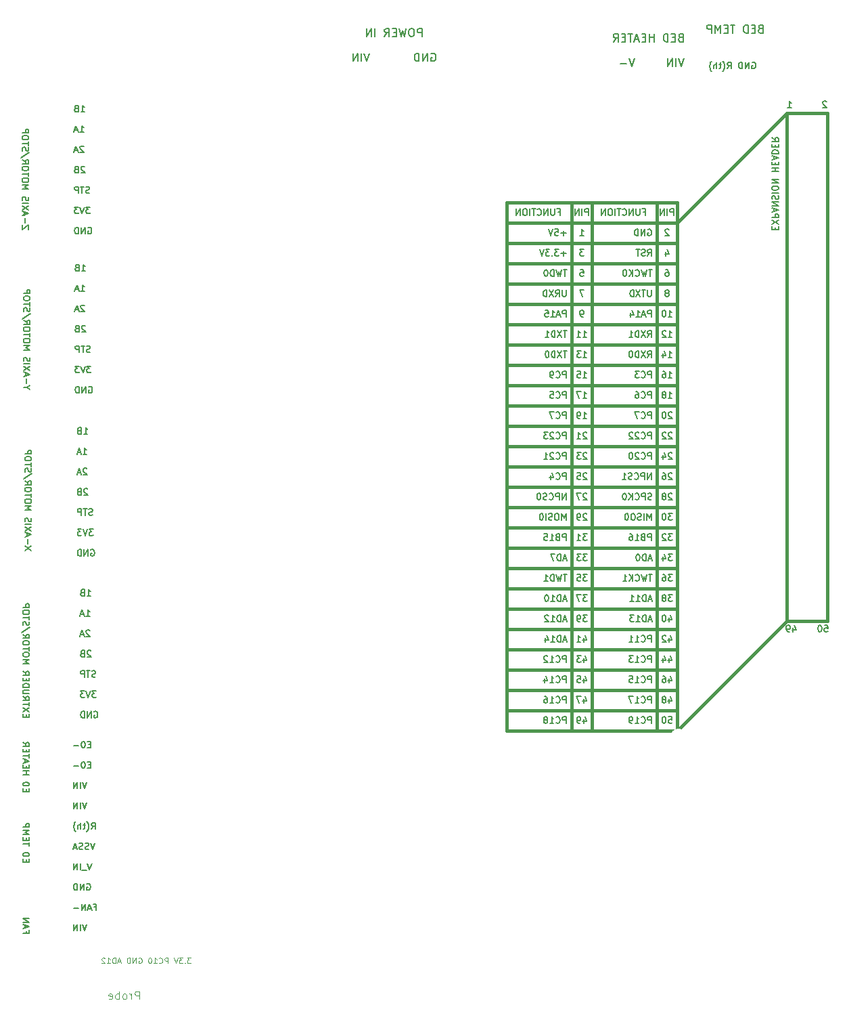
<source format=gbo>
G04 (created by PCBNEW (2013-05-18 BZR 4017)-stable) date Fri 12 Dec 2014 17:06:20 GMT*
%MOIN*%
G04 Gerber Fmt 3.4, Leading zero omitted, Abs format*
%FSLAX34Y34*%
G01*
G70*
G90*
G04 APERTURE LIST*
%ADD10C,0.00590551*%
%ADD11C,0.0039*%
%ADD12C,0.0041*%
%ADD13C,0.0059*%
%ADD14C,0.015*%
%ADD15C,0.006*%
%ADD16C,0.2169*%
%ADD17R,0.0987X0.0987*%
%ADD18C,0.1184*%
%ADD19O,0.0594X0.0692*%
%ADD20O,0.0948X0.1027*%
%ADD21C,0.0535*%
%ADD22R,0.08X0.08*%
%ADD23C,0.08*%
%ADD24R,0.0594X0.0594*%
%ADD25C,0.0594*%
%ADD26C,0.1499*%
%ADD27C,0.12*%
%ADD28C,0.0515*%
G04 APERTURE END LIST*
G54D10*
G54D11*
X8610Y2230D02*
X8439Y2230D01*
X8531Y2125D01*
X8492Y2125D01*
X8465Y2112D01*
X8452Y2098D01*
X8439Y2072D01*
X8439Y2006D01*
X8452Y1980D01*
X8465Y1967D01*
X8492Y1954D01*
X8570Y1954D01*
X8597Y1967D01*
X8610Y1980D01*
X8321Y1980D02*
X8308Y1967D01*
X8321Y1954D01*
X8334Y1967D01*
X8321Y1980D01*
X8321Y1954D01*
X8215Y2230D02*
X8045Y2230D01*
X8137Y2125D01*
X8097Y2125D01*
X8071Y2112D01*
X8058Y2098D01*
X8045Y2072D01*
X8045Y2006D01*
X8058Y1980D01*
X8071Y1967D01*
X8097Y1954D01*
X8176Y1954D01*
X8202Y1967D01*
X8215Y1980D01*
X7966Y2230D02*
X7874Y1954D01*
X7782Y2230D01*
X7480Y1954D02*
X7480Y2230D01*
X7374Y2230D01*
X7348Y2217D01*
X7335Y2204D01*
X7322Y2177D01*
X7322Y2138D01*
X7335Y2112D01*
X7348Y2098D01*
X7374Y2085D01*
X7480Y2085D01*
X7046Y1980D02*
X7059Y1967D01*
X7098Y1954D01*
X7125Y1954D01*
X7164Y1967D01*
X7190Y1993D01*
X7204Y2020D01*
X7217Y2072D01*
X7217Y2112D01*
X7204Y2164D01*
X7190Y2190D01*
X7164Y2217D01*
X7125Y2230D01*
X7098Y2230D01*
X7059Y2217D01*
X7046Y2204D01*
X6783Y1954D02*
X6941Y1954D01*
X6862Y1954D02*
X6862Y2230D01*
X6888Y2190D01*
X6914Y2164D01*
X6941Y2151D01*
X6612Y2230D02*
X6586Y2230D01*
X6560Y2217D01*
X6546Y2204D01*
X6533Y2177D01*
X6520Y2125D01*
X6520Y2059D01*
X6533Y2006D01*
X6546Y1980D01*
X6560Y1967D01*
X6586Y1954D01*
X6612Y1954D01*
X6638Y1967D01*
X6652Y1980D01*
X6665Y2006D01*
X6678Y2059D01*
X6678Y2125D01*
X6665Y2177D01*
X6652Y2204D01*
X6638Y2217D01*
X6612Y2230D01*
X6047Y2217D02*
X6073Y2230D01*
X6113Y2230D01*
X6152Y2217D01*
X6178Y2190D01*
X6192Y2164D01*
X6205Y2112D01*
X6205Y2072D01*
X6192Y2020D01*
X6178Y1993D01*
X6152Y1967D01*
X6113Y1954D01*
X6086Y1954D01*
X6047Y1967D01*
X6034Y1980D01*
X6034Y2072D01*
X6086Y2072D01*
X5916Y1954D02*
X5916Y2230D01*
X5758Y1954D01*
X5758Y2230D01*
X5626Y1954D02*
X5626Y2230D01*
X5561Y2230D01*
X5521Y2217D01*
X5495Y2190D01*
X5482Y2164D01*
X5469Y2112D01*
X5469Y2072D01*
X5482Y2020D01*
X5495Y1993D01*
X5521Y1967D01*
X5561Y1954D01*
X5626Y1954D01*
X5153Y2033D02*
X5022Y2033D01*
X5179Y1954D02*
X5087Y2230D01*
X4995Y1954D01*
X4904Y1954D02*
X4904Y2230D01*
X4838Y2230D01*
X4798Y2217D01*
X4772Y2190D01*
X4759Y2164D01*
X4746Y2112D01*
X4746Y2072D01*
X4759Y2020D01*
X4772Y1993D01*
X4798Y1967D01*
X4838Y1954D01*
X4904Y1954D01*
X4483Y1954D02*
X4641Y1954D01*
X4562Y1954D02*
X4562Y2230D01*
X4588Y2190D01*
X4614Y2164D01*
X4641Y2151D01*
X4378Y2204D02*
X4365Y2217D01*
X4338Y2230D01*
X4273Y2230D01*
X4246Y2217D01*
X4233Y2204D01*
X4220Y2177D01*
X4220Y2151D01*
X4233Y2112D01*
X4391Y1954D01*
X4220Y1954D01*
G54D12*
X6078Y191D02*
X6078Y585D01*
X5928Y585D01*
X5890Y566D01*
X5872Y548D01*
X5853Y510D01*
X5853Y454D01*
X5872Y416D01*
X5890Y397D01*
X5928Y379D01*
X6078Y379D01*
X5684Y191D02*
X5684Y454D01*
X5684Y379D02*
X5665Y416D01*
X5646Y435D01*
X5609Y454D01*
X5571Y454D01*
X5384Y191D02*
X5421Y210D01*
X5440Y229D01*
X5459Y266D01*
X5459Y379D01*
X5440Y416D01*
X5421Y435D01*
X5384Y454D01*
X5328Y454D01*
X5290Y435D01*
X5271Y416D01*
X5252Y379D01*
X5252Y266D01*
X5271Y229D01*
X5290Y210D01*
X5328Y191D01*
X5384Y191D01*
X5084Y191D02*
X5084Y585D01*
X5084Y435D02*
X5046Y454D01*
X4971Y454D01*
X4934Y435D01*
X4915Y416D01*
X4896Y379D01*
X4896Y266D01*
X4915Y229D01*
X4934Y210D01*
X4971Y191D01*
X5046Y191D01*
X5084Y210D01*
X4577Y210D02*
X4615Y191D01*
X4690Y191D01*
X4727Y210D01*
X4746Y247D01*
X4746Y397D01*
X4727Y435D01*
X4690Y454D01*
X4615Y454D01*
X4577Y435D01*
X4558Y397D01*
X4558Y360D01*
X4746Y322D01*
G54D13*
X3505Y20040D02*
X3685Y20040D01*
X3595Y20040D02*
X3595Y20355D01*
X3625Y20310D01*
X3655Y20280D01*
X3685Y20265D01*
X3265Y20205D02*
X3220Y20190D01*
X3205Y20175D01*
X3190Y20145D01*
X3190Y20100D01*
X3205Y20070D01*
X3220Y20055D01*
X3250Y20040D01*
X3370Y20040D01*
X3370Y20355D01*
X3265Y20355D01*
X3235Y20340D01*
X3220Y20325D01*
X3205Y20295D01*
X3205Y20265D01*
X3220Y20235D01*
X3235Y20220D01*
X3265Y20205D01*
X3370Y20205D01*
X3460Y19040D02*
X3640Y19040D01*
X3550Y19040D02*
X3550Y19355D01*
X3580Y19310D01*
X3610Y19280D01*
X3640Y19265D01*
X3340Y19130D02*
X3190Y19130D01*
X3370Y19040D02*
X3265Y19355D01*
X3160Y19040D01*
X3640Y18325D02*
X3625Y18340D01*
X3595Y18355D01*
X3520Y18355D01*
X3490Y18340D01*
X3475Y18325D01*
X3460Y18295D01*
X3460Y18265D01*
X3475Y18220D01*
X3655Y18040D01*
X3460Y18040D01*
X3340Y18130D02*
X3190Y18130D01*
X3370Y18040D02*
X3265Y18355D01*
X3160Y18040D01*
X3685Y17325D02*
X3670Y17340D01*
X3640Y17355D01*
X3565Y17355D01*
X3535Y17340D01*
X3520Y17325D01*
X3505Y17295D01*
X3505Y17265D01*
X3520Y17220D01*
X3700Y17040D01*
X3505Y17040D01*
X3265Y17205D02*
X3220Y17190D01*
X3205Y17175D01*
X3190Y17145D01*
X3190Y17100D01*
X3205Y17070D01*
X3220Y17055D01*
X3250Y17040D01*
X3370Y17040D01*
X3370Y17355D01*
X3265Y17355D01*
X3235Y17340D01*
X3220Y17325D01*
X3205Y17295D01*
X3205Y17265D01*
X3220Y17235D01*
X3235Y17220D01*
X3265Y17205D01*
X3370Y17205D01*
X3925Y16055D02*
X3880Y16040D01*
X3805Y16040D01*
X3775Y16055D01*
X3760Y16070D01*
X3745Y16100D01*
X3745Y16130D01*
X3760Y16160D01*
X3775Y16175D01*
X3805Y16190D01*
X3865Y16205D01*
X3895Y16220D01*
X3910Y16235D01*
X3925Y16265D01*
X3925Y16295D01*
X3910Y16325D01*
X3895Y16340D01*
X3865Y16355D01*
X3790Y16355D01*
X3745Y16340D01*
X3655Y16355D02*
X3475Y16355D01*
X3565Y16040D02*
X3565Y16355D01*
X3370Y16040D02*
X3370Y16355D01*
X3250Y16355D01*
X3220Y16340D01*
X3205Y16325D01*
X3190Y16295D01*
X3190Y16250D01*
X3205Y16220D01*
X3220Y16205D01*
X3250Y16190D01*
X3370Y16190D01*
X3955Y15355D02*
X3760Y15355D01*
X3865Y15235D01*
X3820Y15235D01*
X3790Y15220D01*
X3775Y15205D01*
X3760Y15175D01*
X3760Y15100D01*
X3775Y15070D01*
X3790Y15055D01*
X3820Y15040D01*
X3910Y15040D01*
X3940Y15055D01*
X3955Y15070D01*
X3670Y15355D02*
X3565Y15040D01*
X3460Y15355D01*
X3385Y15355D02*
X3190Y15355D01*
X3295Y15235D01*
X3250Y15235D01*
X3220Y15220D01*
X3205Y15205D01*
X3190Y15175D01*
X3190Y15100D01*
X3205Y15070D01*
X3220Y15055D01*
X3250Y15040D01*
X3340Y15040D01*
X3370Y15055D01*
X3385Y15070D01*
X3850Y14340D02*
X3880Y14355D01*
X3925Y14355D01*
X3970Y14340D01*
X4000Y14310D01*
X4015Y14280D01*
X4030Y14220D01*
X4030Y14175D01*
X4015Y14115D01*
X4000Y14085D01*
X3970Y14055D01*
X3925Y14040D01*
X3895Y14040D01*
X3850Y14055D01*
X3835Y14070D01*
X3835Y14175D01*
X3895Y14175D01*
X3700Y14040D02*
X3700Y14355D01*
X3520Y14040D01*
X3520Y14355D01*
X3370Y14040D02*
X3370Y14355D01*
X3295Y14355D01*
X3250Y14340D01*
X3220Y14310D01*
X3205Y14280D01*
X3190Y14220D01*
X3190Y14175D01*
X3205Y14115D01*
X3220Y14085D01*
X3250Y14055D01*
X3295Y14040D01*
X3370Y14040D01*
X3349Y28006D02*
X3529Y28006D01*
X3439Y28006D02*
X3439Y28321D01*
X3469Y28276D01*
X3499Y28246D01*
X3529Y28231D01*
X3109Y28171D02*
X3064Y28156D01*
X3049Y28141D01*
X3034Y28111D01*
X3034Y28066D01*
X3049Y28036D01*
X3064Y28021D01*
X3094Y28006D01*
X3214Y28006D01*
X3214Y28321D01*
X3109Y28321D01*
X3079Y28306D01*
X3064Y28291D01*
X3049Y28261D01*
X3049Y28231D01*
X3064Y28201D01*
X3079Y28186D01*
X3109Y28171D01*
X3214Y28171D01*
X3304Y27006D02*
X3484Y27006D01*
X3394Y27006D02*
X3394Y27321D01*
X3424Y27276D01*
X3454Y27246D01*
X3484Y27231D01*
X3184Y27096D02*
X3034Y27096D01*
X3214Y27006D02*
X3109Y27321D01*
X3004Y27006D01*
X3484Y26291D02*
X3469Y26306D01*
X3439Y26321D01*
X3364Y26321D01*
X3334Y26306D01*
X3319Y26291D01*
X3304Y26261D01*
X3304Y26231D01*
X3319Y26186D01*
X3499Y26006D01*
X3304Y26006D01*
X3184Y26096D02*
X3034Y26096D01*
X3214Y26006D02*
X3109Y26321D01*
X3004Y26006D01*
X3529Y25291D02*
X3514Y25306D01*
X3484Y25321D01*
X3409Y25321D01*
X3379Y25306D01*
X3364Y25291D01*
X3349Y25261D01*
X3349Y25231D01*
X3364Y25186D01*
X3544Y25006D01*
X3349Y25006D01*
X3109Y25171D02*
X3064Y25156D01*
X3049Y25141D01*
X3034Y25111D01*
X3034Y25066D01*
X3049Y25036D01*
X3064Y25021D01*
X3094Y25006D01*
X3214Y25006D01*
X3214Y25321D01*
X3109Y25321D01*
X3079Y25306D01*
X3064Y25291D01*
X3049Y25261D01*
X3049Y25231D01*
X3064Y25201D01*
X3079Y25186D01*
X3109Y25171D01*
X3214Y25171D01*
X3769Y24021D02*
X3724Y24006D01*
X3649Y24006D01*
X3619Y24021D01*
X3604Y24036D01*
X3589Y24066D01*
X3589Y24096D01*
X3604Y24126D01*
X3619Y24141D01*
X3649Y24156D01*
X3709Y24171D01*
X3739Y24186D01*
X3754Y24201D01*
X3769Y24231D01*
X3769Y24261D01*
X3754Y24291D01*
X3739Y24306D01*
X3709Y24321D01*
X3634Y24321D01*
X3589Y24306D01*
X3499Y24321D02*
X3319Y24321D01*
X3409Y24006D02*
X3409Y24321D01*
X3214Y24006D02*
X3214Y24321D01*
X3094Y24321D01*
X3064Y24306D01*
X3049Y24291D01*
X3034Y24261D01*
X3034Y24216D01*
X3049Y24186D01*
X3064Y24171D01*
X3094Y24156D01*
X3214Y24156D01*
X3799Y23321D02*
X3604Y23321D01*
X3709Y23201D01*
X3664Y23201D01*
X3634Y23186D01*
X3619Y23171D01*
X3604Y23141D01*
X3604Y23066D01*
X3619Y23036D01*
X3634Y23021D01*
X3664Y23006D01*
X3754Y23006D01*
X3784Y23021D01*
X3799Y23036D01*
X3514Y23321D02*
X3409Y23006D01*
X3304Y23321D01*
X3229Y23321D02*
X3034Y23321D01*
X3139Y23201D01*
X3094Y23201D01*
X3064Y23186D01*
X3049Y23171D01*
X3034Y23141D01*
X3034Y23066D01*
X3049Y23036D01*
X3064Y23021D01*
X3094Y23006D01*
X3184Y23006D01*
X3214Y23021D01*
X3229Y23036D01*
X3694Y22306D02*
X3724Y22321D01*
X3769Y22321D01*
X3814Y22306D01*
X3844Y22276D01*
X3859Y22246D01*
X3874Y22186D01*
X3874Y22141D01*
X3859Y22081D01*
X3844Y22051D01*
X3814Y22021D01*
X3769Y22006D01*
X3739Y22006D01*
X3694Y22021D01*
X3679Y22036D01*
X3679Y22141D01*
X3739Y22141D01*
X3544Y22006D02*
X3544Y22321D01*
X3364Y22006D01*
X3364Y22321D01*
X3214Y22006D02*
X3214Y22321D01*
X3139Y22321D01*
X3094Y22306D01*
X3064Y22276D01*
X3049Y22246D01*
X3034Y22186D01*
X3034Y22141D01*
X3049Y22081D01*
X3064Y22051D01*
X3094Y22021D01*
X3139Y22006D01*
X3214Y22006D01*
X3239Y36036D02*
X3419Y36036D01*
X3329Y36036D02*
X3329Y36351D01*
X3359Y36306D01*
X3389Y36276D01*
X3419Y36261D01*
X2999Y36201D02*
X2954Y36186D01*
X2939Y36171D01*
X2924Y36141D01*
X2924Y36096D01*
X2939Y36066D01*
X2954Y36051D01*
X2984Y36036D01*
X3104Y36036D01*
X3104Y36351D01*
X2999Y36351D01*
X2969Y36336D01*
X2954Y36321D01*
X2939Y36291D01*
X2939Y36261D01*
X2954Y36231D01*
X2969Y36216D01*
X2999Y36201D01*
X3104Y36201D01*
X3194Y35036D02*
X3374Y35036D01*
X3284Y35036D02*
X3284Y35351D01*
X3314Y35306D01*
X3344Y35276D01*
X3374Y35261D01*
X3074Y35126D02*
X2924Y35126D01*
X3104Y35036D02*
X2999Y35351D01*
X2894Y35036D01*
X3374Y34321D02*
X3359Y34336D01*
X3329Y34351D01*
X3254Y34351D01*
X3224Y34336D01*
X3209Y34321D01*
X3194Y34291D01*
X3194Y34261D01*
X3209Y34216D01*
X3389Y34036D01*
X3194Y34036D01*
X3074Y34126D02*
X2924Y34126D01*
X3104Y34036D02*
X2999Y34351D01*
X2894Y34036D01*
X3419Y33321D02*
X3404Y33336D01*
X3374Y33351D01*
X3299Y33351D01*
X3269Y33336D01*
X3254Y33321D01*
X3239Y33291D01*
X3239Y33261D01*
X3254Y33216D01*
X3434Y33036D01*
X3239Y33036D01*
X2999Y33201D02*
X2954Y33186D01*
X2939Y33171D01*
X2924Y33141D01*
X2924Y33096D01*
X2939Y33066D01*
X2954Y33051D01*
X2984Y33036D01*
X3104Y33036D01*
X3104Y33351D01*
X2999Y33351D01*
X2969Y33336D01*
X2954Y33321D01*
X2939Y33291D01*
X2939Y33261D01*
X2954Y33231D01*
X2969Y33216D01*
X2999Y33201D01*
X3104Y33201D01*
X3659Y32051D02*
X3614Y32036D01*
X3539Y32036D01*
X3509Y32051D01*
X3494Y32066D01*
X3479Y32096D01*
X3479Y32126D01*
X3494Y32156D01*
X3509Y32171D01*
X3539Y32186D01*
X3599Y32201D01*
X3629Y32216D01*
X3644Y32231D01*
X3659Y32261D01*
X3659Y32291D01*
X3644Y32321D01*
X3629Y32336D01*
X3599Y32351D01*
X3524Y32351D01*
X3479Y32336D01*
X3389Y32351D02*
X3209Y32351D01*
X3299Y32036D02*
X3299Y32351D01*
X3104Y32036D02*
X3104Y32351D01*
X2984Y32351D01*
X2954Y32336D01*
X2939Y32321D01*
X2924Y32291D01*
X2924Y32246D01*
X2939Y32216D01*
X2954Y32201D01*
X2984Y32186D01*
X3104Y32186D01*
X3689Y31351D02*
X3494Y31351D01*
X3599Y31231D01*
X3554Y31231D01*
X3524Y31216D01*
X3509Y31201D01*
X3494Y31171D01*
X3494Y31096D01*
X3509Y31066D01*
X3524Y31051D01*
X3554Y31036D01*
X3644Y31036D01*
X3674Y31051D01*
X3689Y31066D01*
X3404Y31351D02*
X3299Y31036D01*
X3194Y31351D01*
X3119Y31351D02*
X2924Y31351D01*
X3029Y31231D01*
X2984Y31231D01*
X2954Y31216D01*
X2939Y31201D01*
X2924Y31171D01*
X2924Y31096D01*
X2939Y31066D01*
X2954Y31051D01*
X2984Y31036D01*
X3074Y31036D01*
X3104Y31051D01*
X3119Y31066D01*
X3584Y30336D02*
X3614Y30351D01*
X3659Y30351D01*
X3704Y30336D01*
X3734Y30306D01*
X3749Y30276D01*
X3764Y30216D01*
X3764Y30171D01*
X3749Y30111D01*
X3734Y30081D01*
X3704Y30051D01*
X3659Y30036D01*
X3629Y30036D01*
X3584Y30051D01*
X3569Y30066D01*
X3569Y30171D01*
X3629Y30171D01*
X3434Y30036D02*
X3434Y30351D01*
X3254Y30036D01*
X3254Y30351D01*
X3104Y30036D02*
X3104Y30351D01*
X3029Y30351D01*
X2984Y30336D01*
X2954Y30306D01*
X2939Y30276D01*
X2924Y30216D01*
X2924Y30171D01*
X2939Y30111D01*
X2954Y30081D01*
X2984Y30051D01*
X3029Y30036D01*
X3104Y30036D01*
X3205Y43870D02*
X3385Y43870D01*
X3295Y43870D02*
X3295Y44185D01*
X3325Y44140D01*
X3355Y44110D01*
X3385Y44095D01*
X2965Y44035D02*
X2920Y44020D01*
X2905Y44005D01*
X2890Y43975D01*
X2890Y43930D01*
X2905Y43900D01*
X2920Y43885D01*
X2950Y43870D01*
X3070Y43870D01*
X3070Y44185D01*
X2965Y44185D01*
X2935Y44170D01*
X2920Y44155D01*
X2905Y44125D01*
X2905Y44095D01*
X2920Y44065D01*
X2935Y44050D01*
X2965Y44035D01*
X3070Y44035D01*
X3160Y42870D02*
X3340Y42870D01*
X3250Y42870D02*
X3250Y43185D01*
X3280Y43140D01*
X3310Y43110D01*
X3340Y43095D01*
X3040Y42960D02*
X2890Y42960D01*
X3070Y42870D02*
X2965Y43185D01*
X2860Y42870D01*
X3340Y42155D02*
X3325Y42170D01*
X3295Y42185D01*
X3220Y42185D01*
X3190Y42170D01*
X3175Y42155D01*
X3160Y42125D01*
X3160Y42095D01*
X3175Y42050D01*
X3355Y41870D01*
X3160Y41870D01*
X3040Y41960D02*
X2890Y41960D01*
X3070Y41870D02*
X2965Y42185D01*
X2860Y41870D01*
X3385Y41155D02*
X3370Y41170D01*
X3340Y41185D01*
X3265Y41185D01*
X3235Y41170D01*
X3220Y41155D01*
X3205Y41125D01*
X3205Y41095D01*
X3220Y41050D01*
X3400Y40870D01*
X3205Y40870D01*
X2965Y41035D02*
X2920Y41020D01*
X2905Y41005D01*
X2890Y40975D01*
X2890Y40930D01*
X2905Y40900D01*
X2920Y40885D01*
X2950Y40870D01*
X3070Y40870D01*
X3070Y41185D01*
X2965Y41185D01*
X2935Y41170D01*
X2920Y41155D01*
X2905Y41125D01*
X2905Y41095D01*
X2920Y41065D01*
X2935Y41050D01*
X2965Y41035D01*
X3070Y41035D01*
X3625Y39885D02*
X3580Y39870D01*
X3505Y39870D01*
X3475Y39885D01*
X3460Y39900D01*
X3445Y39930D01*
X3445Y39960D01*
X3460Y39990D01*
X3475Y40005D01*
X3505Y40020D01*
X3565Y40035D01*
X3595Y40050D01*
X3610Y40065D01*
X3625Y40095D01*
X3625Y40125D01*
X3610Y40155D01*
X3595Y40170D01*
X3565Y40185D01*
X3490Y40185D01*
X3445Y40170D01*
X3355Y40185D02*
X3175Y40185D01*
X3265Y39870D02*
X3265Y40185D01*
X3070Y39870D02*
X3070Y40185D01*
X2950Y40185D01*
X2920Y40170D01*
X2905Y40155D01*
X2890Y40125D01*
X2890Y40080D01*
X2905Y40050D01*
X2920Y40035D01*
X2950Y40020D01*
X3070Y40020D01*
X3655Y39185D02*
X3460Y39185D01*
X3565Y39065D01*
X3520Y39065D01*
X3490Y39050D01*
X3475Y39035D01*
X3460Y39005D01*
X3460Y38930D01*
X3475Y38900D01*
X3490Y38885D01*
X3520Y38870D01*
X3610Y38870D01*
X3640Y38885D01*
X3655Y38900D01*
X3370Y39185D02*
X3265Y38870D01*
X3160Y39185D01*
X3085Y39185D02*
X2890Y39185D01*
X2995Y39065D01*
X2950Y39065D01*
X2920Y39050D01*
X2905Y39035D01*
X2890Y39005D01*
X2890Y38930D01*
X2905Y38900D01*
X2920Y38885D01*
X2950Y38870D01*
X3040Y38870D01*
X3070Y38885D01*
X3085Y38900D01*
X3550Y38170D02*
X3580Y38185D01*
X3625Y38185D01*
X3670Y38170D01*
X3700Y38140D01*
X3715Y38110D01*
X3730Y38050D01*
X3730Y38005D01*
X3715Y37945D01*
X3700Y37915D01*
X3670Y37885D01*
X3625Y37870D01*
X3595Y37870D01*
X3550Y37885D01*
X3535Y37900D01*
X3535Y38005D01*
X3595Y38005D01*
X3400Y37870D02*
X3400Y38185D01*
X3220Y37870D01*
X3220Y38185D01*
X3070Y37870D02*
X3070Y38185D01*
X2995Y38185D01*
X2950Y38170D01*
X2920Y38140D01*
X2905Y38110D01*
X2890Y38050D01*
X2890Y38005D01*
X2905Y37945D01*
X2920Y37915D01*
X2950Y37885D01*
X2995Y37870D01*
X3070Y37870D01*
G54D14*
X24179Y13400D02*
X32579Y13400D01*
X32579Y14400D02*
X24179Y14400D01*
X24179Y15400D02*
X32579Y15400D01*
X32579Y16400D02*
X24179Y16400D01*
X24179Y17400D02*
X32579Y17400D01*
X32579Y18400D02*
X24179Y18400D01*
X24179Y19400D02*
X32579Y19400D01*
X32579Y20400D02*
X24179Y20400D01*
X24179Y21400D02*
X32579Y21400D01*
X32579Y22400D02*
X24179Y22400D01*
X24179Y23400D02*
X32579Y23400D01*
X32579Y24400D02*
X24179Y24400D01*
X24179Y25400D02*
X32579Y25400D01*
X32579Y26400D02*
X24179Y26400D01*
X24179Y27400D02*
X32579Y27400D01*
X32579Y28400D02*
X24179Y28400D01*
X24179Y29400D02*
X32579Y29400D01*
X32579Y30400D02*
X24179Y30400D01*
X24179Y31400D02*
X32579Y31400D01*
X32579Y32400D02*
X24179Y32400D01*
X24179Y33400D02*
X32579Y33400D01*
X32579Y34400D02*
X24179Y34400D01*
X24179Y35400D02*
X32579Y35400D01*
X32579Y36400D02*
X24179Y36400D01*
X24179Y37400D02*
X32579Y37400D01*
X32579Y38400D02*
X24179Y38400D01*
X24179Y39400D02*
X32579Y39400D01*
G54D13*
X39939Y44357D02*
X39924Y44372D01*
X39894Y44387D01*
X39819Y44387D01*
X39789Y44372D01*
X39774Y44357D01*
X39759Y44327D01*
X39759Y44297D01*
X39774Y44252D01*
X39954Y44072D01*
X39759Y44072D01*
X38019Y44072D02*
X38199Y44072D01*
X38109Y44072D02*
X38109Y44387D01*
X38139Y44342D01*
X38169Y44312D01*
X38199Y44297D01*
G54D14*
X28379Y39400D02*
X28379Y13400D01*
X31579Y13400D02*
X31579Y39400D01*
X32579Y39400D02*
X32579Y13400D01*
X27379Y13400D02*
X27379Y39400D01*
X24179Y39400D02*
X24179Y13400D01*
G54D13*
X31139Y38072D02*
X31169Y38087D01*
X31214Y38087D01*
X31259Y38072D01*
X31289Y38042D01*
X31304Y38012D01*
X31319Y37952D01*
X31319Y37907D01*
X31304Y37847D01*
X31289Y37817D01*
X31259Y37787D01*
X31214Y37772D01*
X31184Y37772D01*
X31139Y37787D01*
X31124Y37802D01*
X31124Y37907D01*
X31184Y37907D01*
X30989Y37772D02*
X30989Y38087D01*
X30809Y37772D01*
X30809Y38087D01*
X30659Y37772D02*
X30659Y38087D01*
X30584Y38087D01*
X30539Y38072D01*
X30509Y38042D01*
X30494Y38012D01*
X30479Y37952D01*
X30479Y37907D01*
X30494Y37847D01*
X30509Y37817D01*
X30539Y37787D01*
X30584Y37772D01*
X30659Y37772D01*
X31124Y36772D02*
X31229Y36922D01*
X31304Y36772D02*
X31304Y37087D01*
X31184Y37087D01*
X31154Y37072D01*
X31139Y37057D01*
X31124Y37027D01*
X31124Y36982D01*
X31139Y36952D01*
X31154Y36937D01*
X31184Y36922D01*
X31304Y36922D01*
X31004Y36787D02*
X30959Y36772D01*
X30884Y36772D01*
X30854Y36787D01*
X30839Y36802D01*
X30824Y36832D01*
X30824Y36862D01*
X30839Y36892D01*
X30854Y36907D01*
X30884Y36922D01*
X30944Y36937D01*
X30974Y36952D01*
X30989Y36967D01*
X31004Y36997D01*
X31004Y37027D01*
X30989Y37057D01*
X30974Y37072D01*
X30944Y37087D01*
X30869Y37087D01*
X30824Y37072D01*
X30734Y37087D02*
X30554Y37087D01*
X30644Y36772D02*
X30644Y37087D01*
X31349Y36087D02*
X31169Y36087D01*
X31259Y35772D02*
X31259Y36087D01*
X31094Y36087D02*
X31019Y35772D01*
X30959Y35997D01*
X30899Y35772D01*
X30824Y36087D01*
X30524Y35802D02*
X30539Y35787D01*
X30584Y35772D01*
X30614Y35772D01*
X30659Y35787D01*
X30689Y35817D01*
X30704Y35847D01*
X30719Y35907D01*
X30719Y35952D01*
X30704Y36012D01*
X30689Y36042D01*
X30659Y36072D01*
X30614Y36087D01*
X30584Y36087D01*
X30539Y36072D01*
X30524Y36057D01*
X30389Y35772D02*
X30389Y36087D01*
X30209Y35772D02*
X30344Y35952D01*
X30209Y36087D02*
X30389Y35907D01*
X30014Y36087D02*
X29984Y36087D01*
X29954Y36072D01*
X29939Y36057D01*
X29924Y36027D01*
X29909Y35967D01*
X29909Y35892D01*
X29924Y35832D01*
X29939Y35802D01*
X29954Y35787D01*
X29984Y35772D01*
X30014Y35772D01*
X30044Y35787D01*
X30059Y35802D01*
X30074Y35832D01*
X30089Y35892D01*
X30089Y35967D01*
X30074Y36027D01*
X30059Y36057D01*
X30044Y36072D01*
X30014Y36087D01*
X31304Y35087D02*
X31304Y34832D01*
X31289Y34802D01*
X31274Y34787D01*
X31244Y34772D01*
X31184Y34772D01*
X31154Y34787D01*
X31139Y34802D01*
X31124Y34832D01*
X31124Y35087D01*
X31019Y35087D02*
X30839Y35087D01*
X30929Y34772D02*
X30929Y35087D01*
X30764Y35087D02*
X30554Y34772D01*
X30554Y35087D02*
X30764Y34772D01*
X30434Y34772D02*
X30434Y35087D01*
X30359Y35087D01*
X30314Y35072D01*
X30284Y35042D01*
X30269Y35012D01*
X30254Y34952D01*
X30254Y34907D01*
X30269Y34847D01*
X30284Y34817D01*
X30314Y34787D01*
X30359Y34772D01*
X30434Y34772D01*
X31304Y33772D02*
X31304Y34087D01*
X31184Y34087D01*
X31154Y34072D01*
X31139Y34057D01*
X31124Y34027D01*
X31124Y33982D01*
X31139Y33952D01*
X31154Y33937D01*
X31184Y33922D01*
X31304Y33922D01*
X31004Y33862D02*
X30854Y33862D01*
X31034Y33772D02*
X30929Y34087D01*
X30824Y33772D01*
X30554Y33772D02*
X30734Y33772D01*
X30644Y33772D02*
X30644Y34087D01*
X30674Y34042D01*
X30704Y34012D01*
X30734Y33997D01*
X30284Y33982D02*
X30284Y33772D01*
X30359Y34102D02*
X30434Y33877D01*
X30239Y33877D01*
X31124Y32772D02*
X31229Y32922D01*
X31304Y32772D02*
X31304Y33087D01*
X31184Y33087D01*
X31154Y33072D01*
X31139Y33057D01*
X31124Y33027D01*
X31124Y32982D01*
X31139Y32952D01*
X31154Y32937D01*
X31184Y32922D01*
X31304Y32922D01*
X31019Y33087D02*
X30809Y32772D01*
X30809Y33087D02*
X31019Y32772D01*
X30689Y32772D02*
X30689Y33087D01*
X30614Y33087D01*
X30569Y33072D01*
X30539Y33042D01*
X30524Y33012D01*
X30509Y32952D01*
X30509Y32907D01*
X30524Y32847D01*
X30539Y32817D01*
X30569Y32787D01*
X30614Y32772D01*
X30689Y32772D01*
X30209Y32772D02*
X30389Y32772D01*
X30299Y32772D02*
X30299Y33087D01*
X30329Y33042D01*
X30359Y33012D01*
X30389Y32997D01*
X31124Y31772D02*
X31229Y31922D01*
X31304Y31772D02*
X31304Y32087D01*
X31184Y32087D01*
X31154Y32072D01*
X31139Y32057D01*
X31124Y32027D01*
X31124Y31982D01*
X31139Y31952D01*
X31154Y31937D01*
X31184Y31922D01*
X31304Y31922D01*
X31019Y32087D02*
X30809Y31772D01*
X30809Y32087D02*
X31019Y31772D01*
X30689Y31772D02*
X30689Y32087D01*
X30614Y32087D01*
X30569Y32072D01*
X30539Y32042D01*
X30524Y32012D01*
X30509Y31952D01*
X30509Y31907D01*
X30524Y31847D01*
X30539Y31817D01*
X30569Y31787D01*
X30614Y31772D01*
X30689Y31772D01*
X30314Y32087D02*
X30284Y32087D01*
X30254Y32072D01*
X30239Y32057D01*
X30224Y32027D01*
X30209Y31967D01*
X30209Y31892D01*
X30224Y31832D01*
X30239Y31802D01*
X30254Y31787D01*
X30284Y31772D01*
X30314Y31772D01*
X30344Y31787D01*
X30359Y31802D01*
X30374Y31832D01*
X30389Y31892D01*
X30389Y31967D01*
X30374Y32027D01*
X30359Y32057D01*
X30344Y32072D01*
X30314Y32087D01*
X31304Y30772D02*
X31304Y31087D01*
X31184Y31087D01*
X31154Y31072D01*
X31139Y31057D01*
X31124Y31027D01*
X31124Y30982D01*
X31139Y30952D01*
X31154Y30937D01*
X31184Y30922D01*
X31304Y30922D01*
X30809Y30802D02*
X30824Y30787D01*
X30869Y30772D01*
X30899Y30772D01*
X30944Y30787D01*
X30974Y30817D01*
X30989Y30847D01*
X31004Y30907D01*
X31004Y30952D01*
X30989Y31012D01*
X30974Y31042D01*
X30944Y31072D01*
X30899Y31087D01*
X30869Y31087D01*
X30824Y31072D01*
X30809Y31057D01*
X30704Y31087D02*
X30509Y31087D01*
X30614Y30967D01*
X30569Y30967D01*
X30539Y30952D01*
X30524Y30937D01*
X30509Y30907D01*
X30509Y30832D01*
X30524Y30802D01*
X30539Y30787D01*
X30569Y30772D01*
X30659Y30772D01*
X30689Y30787D01*
X30704Y30802D01*
X31304Y29772D02*
X31304Y30087D01*
X31184Y30087D01*
X31154Y30072D01*
X31139Y30057D01*
X31124Y30027D01*
X31124Y29982D01*
X31139Y29952D01*
X31154Y29937D01*
X31184Y29922D01*
X31304Y29922D01*
X30809Y29802D02*
X30824Y29787D01*
X30869Y29772D01*
X30899Y29772D01*
X30944Y29787D01*
X30974Y29817D01*
X30989Y29847D01*
X31004Y29907D01*
X31004Y29952D01*
X30989Y30012D01*
X30974Y30042D01*
X30944Y30072D01*
X30899Y30087D01*
X30869Y30087D01*
X30824Y30072D01*
X30809Y30057D01*
X30539Y30087D02*
X30599Y30087D01*
X30629Y30072D01*
X30644Y30057D01*
X30674Y30012D01*
X30689Y29952D01*
X30689Y29832D01*
X30674Y29802D01*
X30659Y29787D01*
X30629Y29772D01*
X30569Y29772D01*
X30539Y29787D01*
X30524Y29802D01*
X30509Y29832D01*
X30509Y29907D01*
X30524Y29937D01*
X30539Y29952D01*
X30569Y29967D01*
X30629Y29967D01*
X30659Y29952D01*
X30674Y29937D01*
X30689Y29907D01*
X31304Y28772D02*
X31304Y29087D01*
X31184Y29087D01*
X31154Y29072D01*
X31139Y29057D01*
X31124Y29027D01*
X31124Y28982D01*
X31139Y28952D01*
X31154Y28937D01*
X31184Y28922D01*
X31304Y28922D01*
X30809Y28802D02*
X30824Y28787D01*
X30869Y28772D01*
X30899Y28772D01*
X30944Y28787D01*
X30974Y28817D01*
X30989Y28847D01*
X31004Y28907D01*
X31004Y28952D01*
X30989Y29012D01*
X30974Y29042D01*
X30944Y29072D01*
X30899Y29087D01*
X30869Y29087D01*
X30824Y29072D01*
X30809Y29057D01*
X30704Y29087D02*
X30494Y29087D01*
X30629Y28772D01*
X31304Y27772D02*
X31304Y28087D01*
X31184Y28087D01*
X31154Y28072D01*
X31139Y28057D01*
X31124Y28027D01*
X31124Y27982D01*
X31139Y27952D01*
X31154Y27937D01*
X31184Y27922D01*
X31304Y27922D01*
X30809Y27802D02*
X30824Y27787D01*
X30869Y27772D01*
X30899Y27772D01*
X30944Y27787D01*
X30974Y27817D01*
X30989Y27847D01*
X31004Y27907D01*
X31004Y27952D01*
X30989Y28012D01*
X30974Y28042D01*
X30944Y28072D01*
X30899Y28087D01*
X30869Y28087D01*
X30824Y28072D01*
X30809Y28057D01*
X30689Y28057D02*
X30674Y28072D01*
X30644Y28087D01*
X30569Y28087D01*
X30539Y28072D01*
X30524Y28057D01*
X30509Y28027D01*
X30509Y27997D01*
X30524Y27952D01*
X30704Y27772D01*
X30509Y27772D01*
X30389Y28057D02*
X30374Y28072D01*
X30344Y28087D01*
X30269Y28087D01*
X30239Y28072D01*
X30224Y28057D01*
X30209Y28027D01*
X30209Y27997D01*
X30224Y27952D01*
X30404Y27772D01*
X30209Y27772D01*
X31304Y26772D02*
X31304Y27087D01*
X31184Y27087D01*
X31154Y27072D01*
X31139Y27057D01*
X31124Y27027D01*
X31124Y26982D01*
X31139Y26952D01*
X31154Y26937D01*
X31184Y26922D01*
X31304Y26922D01*
X30809Y26802D02*
X30824Y26787D01*
X30869Y26772D01*
X30899Y26772D01*
X30944Y26787D01*
X30974Y26817D01*
X30989Y26847D01*
X31004Y26907D01*
X31004Y26952D01*
X30989Y27012D01*
X30974Y27042D01*
X30944Y27072D01*
X30899Y27087D01*
X30869Y27087D01*
X30824Y27072D01*
X30809Y27057D01*
X30689Y27057D02*
X30674Y27072D01*
X30644Y27087D01*
X30569Y27087D01*
X30539Y27072D01*
X30524Y27057D01*
X30509Y27027D01*
X30509Y26997D01*
X30524Y26952D01*
X30704Y26772D01*
X30509Y26772D01*
X30314Y27087D02*
X30284Y27087D01*
X30254Y27072D01*
X30239Y27057D01*
X30224Y27027D01*
X30209Y26967D01*
X30209Y26892D01*
X30224Y26832D01*
X30239Y26802D01*
X30254Y26787D01*
X30284Y26772D01*
X30314Y26772D01*
X30344Y26787D01*
X30359Y26802D01*
X30374Y26832D01*
X30389Y26892D01*
X30389Y26967D01*
X30374Y27027D01*
X30359Y27057D01*
X30344Y27072D01*
X30314Y27087D01*
X31304Y25772D02*
X31304Y26087D01*
X31124Y25772D01*
X31124Y26087D01*
X30974Y25772D02*
X30974Y26087D01*
X30854Y26087D01*
X30824Y26072D01*
X30809Y26057D01*
X30794Y26027D01*
X30794Y25982D01*
X30809Y25952D01*
X30824Y25937D01*
X30854Y25922D01*
X30974Y25922D01*
X30479Y25802D02*
X30494Y25787D01*
X30539Y25772D01*
X30569Y25772D01*
X30614Y25787D01*
X30644Y25817D01*
X30659Y25847D01*
X30674Y25907D01*
X30674Y25952D01*
X30659Y26012D01*
X30644Y26042D01*
X30614Y26072D01*
X30569Y26087D01*
X30539Y26087D01*
X30494Y26072D01*
X30479Y26057D01*
X30359Y25787D02*
X30314Y25772D01*
X30239Y25772D01*
X30209Y25787D01*
X30194Y25802D01*
X30179Y25832D01*
X30179Y25862D01*
X30194Y25892D01*
X30209Y25907D01*
X30239Y25922D01*
X30299Y25937D01*
X30329Y25952D01*
X30344Y25967D01*
X30359Y25997D01*
X30359Y26027D01*
X30344Y26057D01*
X30329Y26072D01*
X30299Y26087D01*
X30224Y26087D01*
X30179Y26072D01*
X29879Y25772D02*
X30059Y25772D01*
X29969Y25772D02*
X29969Y26087D01*
X29999Y26042D01*
X30029Y26012D01*
X30059Y25997D01*
X31319Y24787D02*
X31274Y24772D01*
X31199Y24772D01*
X31169Y24787D01*
X31154Y24802D01*
X31139Y24832D01*
X31139Y24862D01*
X31154Y24892D01*
X31169Y24907D01*
X31199Y24922D01*
X31259Y24937D01*
X31289Y24952D01*
X31304Y24967D01*
X31319Y24997D01*
X31319Y25027D01*
X31304Y25057D01*
X31289Y25072D01*
X31259Y25087D01*
X31184Y25087D01*
X31139Y25072D01*
X31004Y24772D02*
X31004Y25087D01*
X30884Y25087D01*
X30854Y25072D01*
X30839Y25057D01*
X30824Y25027D01*
X30824Y24982D01*
X30839Y24952D01*
X30854Y24937D01*
X30884Y24922D01*
X31004Y24922D01*
X30509Y24802D02*
X30524Y24787D01*
X30569Y24772D01*
X30599Y24772D01*
X30644Y24787D01*
X30674Y24817D01*
X30689Y24847D01*
X30704Y24907D01*
X30704Y24952D01*
X30689Y25012D01*
X30674Y25042D01*
X30644Y25072D01*
X30599Y25087D01*
X30569Y25087D01*
X30524Y25072D01*
X30509Y25057D01*
X30374Y24772D02*
X30374Y25087D01*
X30194Y24772D02*
X30329Y24952D01*
X30194Y25087D02*
X30374Y24907D01*
X29999Y25087D02*
X29969Y25087D01*
X29939Y25072D01*
X29924Y25057D01*
X29909Y25027D01*
X29894Y24967D01*
X29894Y24892D01*
X29909Y24832D01*
X29924Y24802D01*
X29939Y24787D01*
X29969Y24772D01*
X29999Y24772D01*
X30029Y24787D01*
X30044Y24802D01*
X30059Y24832D01*
X30074Y24892D01*
X30074Y24967D01*
X30059Y25027D01*
X30044Y25057D01*
X30029Y25072D01*
X29999Y25087D01*
X31304Y23772D02*
X31304Y24087D01*
X31199Y23862D01*
X31094Y24087D01*
X31094Y23772D01*
X30944Y23772D02*
X30944Y24087D01*
X30809Y23787D02*
X30764Y23772D01*
X30689Y23772D01*
X30659Y23787D01*
X30644Y23802D01*
X30629Y23832D01*
X30629Y23862D01*
X30644Y23892D01*
X30659Y23907D01*
X30689Y23922D01*
X30749Y23937D01*
X30779Y23952D01*
X30794Y23967D01*
X30809Y23997D01*
X30809Y24027D01*
X30794Y24057D01*
X30779Y24072D01*
X30749Y24087D01*
X30674Y24087D01*
X30629Y24072D01*
X30434Y24087D02*
X30374Y24087D01*
X30344Y24072D01*
X30314Y24042D01*
X30299Y23982D01*
X30299Y23877D01*
X30314Y23817D01*
X30344Y23787D01*
X30374Y23772D01*
X30434Y23772D01*
X30464Y23787D01*
X30494Y23817D01*
X30509Y23877D01*
X30509Y23982D01*
X30494Y24042D01*
X30464Y24072D01*
X30434Y24087D01*
X30104Y24087D02*
X30074Y24087D01*
X30044Y24072D01*
X30029Y24057D01*
X30014Y24027D01*
X29999Y23967D01*
X29999Y23892D01*
X30014Y23832D01*
X30029Y23802D01*
X30044Y23787D01*
X30074Y23772D01*
X30104Y23772D01*
X30134Y23787D01*
X30149Y23802D01*
X30164Y23832D01*
X30179Y23892D01*
X30179Y23967D01*
X30164Y24027D01*
X30149Y24057D01*
X30134Y24072D01*
X30104Y24087D01*
X31304Y22772D02*
X31304Y23087D01*
X31184Y23087D01*
X31154Y23072D01*
X31139Y23057D01*
X31124Y23027D01*
X31124Y22982D01*
X31139Y22952D01*
X31154Y22937D01*
X31184Y22922D01*
X31304Y22922D01*
X30884Y22937D02*
X30839Y22922D01*
X30824Y22907D01*
X30809Y22877D01*
X30809Y22832D01*
X30824Y22802D01*
X30839Y22787D01*
X30869Y22772D01*
X30989Y22772D01*
X30989Y23087D01*
X30884Y23087D01*
X30854Y23072D01*
X30839Y23057D01*
X30824Y23027D01*
X30824Y22997D01*
X30839Y22967D01*
X30854Y22952D01*
X30884Y22937D01*
X30989Y22937D01*
X30509Y22772D02*
X30689Y22772D01*
X30599Y22772D02*
X30599Y23087D01*
X30629Y23042D01*
X30659Y23012D01*
X30689Y22997D01*
X30239Y23087D02*
X30299Y23087D01*
X30329Y23072D01*
X30344Y23057D01*
X30374Y23012D01*
X30389Y22952D01*
X30389Y22832D01*
X30374Y22802D01*
X30359Y22787D01*
X30329Y22772D01*
X30269Y22772D01*
X30239Y22787D01*
X30224Y22802D01*
X30209Y22832D01*
X30209Y22907D01*
X30224Y22937D01*
X30239Y22952D01*
X30269Y22967D01*
X30329Y22967D01*
X30359Y22952D01*
X30374Y22937D01*
X30389Y22907D01*
X31319Y21862D02*
X31169Y21862D01*
X31349Y21772D02*
X31244Y22087D01*
X31139Y21772D01*
X31034Y21772D02*
X31034Y22087D01*
X30959Y22087D01*
X30914Y22072D01*
X30884Y22042D01*
X30869Y22012D01*
X30854Y21952D01*
X30854Y21907D01*
X30869Y21847D01*
X30884Y21817D01*
X30914Y21787D01*
X30959Y21772D01*
X31034Y21772D01*
X30659Y22087D02*
X30629Y22087D01*
X30599Y22072D01*
X30584Y22057D01*
X30569Y22027D01*
X30554Y21967D01*
X30554Y21892D01*
X30569Y21832D01*
X30584Y21802D01*
X30599Y21787D01*
X30629Y21772D01*
X30659Y21772D01*
X30689Y21787D01*
X30704Y21802D01*
X30719Y21832D01*
X30734Y21892D01*
X30734Y21967D01*
X30719Y22027D01*
X30704Y22057D01*
X30689Y22072D01*
X30659Y22087D01*
X31349Y21087D02*
X31169Y21087D01*
X31259Y20772D02*
X31259Y21087D01*
X31094Y21087D02*
X31019Y20772D01*
X30959Y20997D01*
X30899Y20772D01*
X30824Y21087D01*
X30524Y20802D02*
X30539Y20787D01*
X30584Y20772D01*
X30614Y20772D01*
X30659Y20787D01*
X30689Y20817D01*
X30704Y20847D01*
X30719Y20907D01*
X30719Y20952D01*
X30704Y21012D01*
X30689Y21042D01*
X30659Y21072D01*
X30614Y21087D01*
X30584Y21087D01*
X30539Y21072D01*
X30524Y21057D01*
X30389Y20772D02*
X30389Y21087D01*
X30209Y20772D02*
X30344Y20952D01*
X30209Y21087D02*
X30389Y20907D01*
X29909Y20772D02*
X30089Y20772D01*
X29999Y20772D02*
X29999Y21087D01*
X30029Y21042D01*
X30059Y21012D01*
X30089Y20997D01*
X31319Y19862D02*
X31169Y19862D01*
X31349Y19772D02*
X31244Y20087D01*
X31139Y19772D01*
X31034Y19772D02*
X31034Y20087D01*
X30959Y20087D01*
X30914Y20072D01*
X30884Y20042D01*
X30869Y20012D01*
X30854Y19952D01*
X30854Y19907D01*
X30869Y19847D01*
X30884Y19817D01*
X30914Y19787D01*
X30959Y19772D01*
X31034Y19772D01*
X30554Y19772D02*
X30734Y19772D01*
X30644Y19772D02*
X30644Y20087D01*
X30674Y20042D01*
X30704Y20012D01*
X30734Y19997D01*
X30254Y19772D02*
X30434Y19772D01*
X30344Y19772D02*
X30344Y20087D01*
X30374Y20042D01*
X30404Y20012D01*
X30434Y19997D01*
X31319Y18862D02*
X31169Y18862D01*
X31349Y18772D02*
X31244Y19087D01*
X31139Y18772D01*
X31034Y18772D02*
X31034Y19087D01*
X30959Y19087D01*
X30914Y19072D01*
X30884Y19042D01*
X30869Y19012D01*
X30854Y18952D01*
X30854Y18907D01*
X30869Y18847D01*
X30884Y18817D01*
X30914Y18787D01*
X30959Y18772D01*
X31034Y18772D01*
X30554Y18772D02*
X30734Y18772D01*
X30644Y18772D02*
X30644Y19087D01*
X30674Y19042D01*
X30704Y19012D01*
X30734Y18997D01*
X30449Y19087D02*
X30254Y19087D01*
X30359Y18967D01*
X30314Y18967D01*
X30284Y18952D01*
X30269Y18937D01*
X30254Y18907D01*
X30254Y18832D01*
X30269Y18802D01*
X30284Y18787D01*
X30314Y18772D01*
X30404Y18772D01*
X30434Y18787D01*
X30449Y18802D01*
X31304Y17772D02*
X31304Y18087D01*
X31184Y18087D01*
X31154Y18072D01*
X31139Y18057D01*
X31124Y18027D01*
X31124Y17982D01*
X31139Y17952D01*
X31154Y17937D01*
X31184Y17922D01*
X31304Y17922D01*
X30809Y17802D02*
X30824Y17787D01*
X30869Y17772D01*
X30899Y17772D01*
X30944Y17787D01*
X30974Y17817D01*
X30989Y17847D01*
X31004Y17907D01*
X31004Y17952D01*
X30989Y18012D01*
X30974Y18042D01*
X30944Y18072D01*
X30899Y18087D01*
X30869Y18087D01*
X30824Y18072D01*
X30809Y18057D01*
X30509Y17772D02*
X30689Y17772D01*
X30599Y17772D02*
X30599Y18087D01*
X30629Y18042D01*
X30659Y18012D01*
X30689Y17997D01*
X30209Y17772D02*
X30389Y17772D01*
X30299Y17772D02*
X30299Y18087D01*
X30329Y18042D01*
X30359Y18012D01*
X30389Y17997D01*
X31304Y16772D02*
X31304Y17087D01*
X31184Y17087D01*
X31154Y17072D01*
X31139Y17057D01*
X31124Y17027D01*
X31124Y16982D01*
X31139Y16952D01*
X31154Y16937D01*
X31184Y16922D01*
X31304Y16922D01*
X30809Y16802D02*
X30824Y16787D01*
X30869Y16772D01*
X30899Y16772D01*
X30944Y16787D01*
X30974Y16817D01*
X30989Y16847D01*
X31004Y16907D01*
X31004Y16952D01*
X30989Y17012D01*
X30974Y17042D01*
X30944Y17072D01*
X30899Y17087D01*
X30869Y17087D01*
X30824Y17072D01*
X30809Y17057D01*
X30509Y16772D02*
X30689Y16772D01*
X30599Y16772D02*
X30599Y17087D01*
X30629Y17042D01*
X30659Y17012D01*
X30689Y16997D01*
X30404Y17087D02*
X30209Y17087D01*
X30314Y16967D01*
X30269Y16967D01*
X30239Y16952D01*
X30224Y16937D01*
X30209Y16907D01*
X30209Y16832D01*
X30224Y16802D01*
X30239Y16787D01*
X30269Y16772D01*
X30359Y16772D01*
X30389Y16787D01*
X30404Y16802D01*
X31304Y15772D02*
X31304Y16087D01*
X31184Y16087D01*
X31154Y16072D01*
X31139Y16057D01*
X31124Y16027D01*
X31124Y15982D01*
X31139Y15952D01*
X31154Y15937D01*
X31184Y15922D01*
X31304Y15922D01*
X30809Y15802D02*
X30824Y15787D01*
X30869Y15772D01*
X30899Y15772D01*
X30944Y15787D01*
X30974Y15817D01*
X30989Y15847D01*
X31004Y15907D01*
X31004Y15952D01*
X30989Y16012D01*
X30974Y16042D01*
X30944Y16072D01*
X30899Y16087D01*
X30869Y16087D01*
X30824Y16072D01*
X30809Y16057D01*
X30509Y15772D02*
X30689Y15772D01*
X30599Y15772D02*
X30599Y16087D01*
X30629Y16042D01*
X30659Y16012D01*
X30689Y15997D01*
X30224Y16087D02*
X30374Y16087D01*
X30389Y15937D01*
X30374Y15952D01*
X30344Y15967D01*
X30269Y15967D01*
X30239Y15952D01*
X30224Y15937D01*
X30209Y15907D01*
X30209Y15832D01*
X30224Y15802D01*
X30239Y15787D01*
X30269Y15772D01*
X30344Y15772D01*
X30374Y15787D01*
X30389Y15802D01*
X31304Y14772D02*
X31304Y15087D01*
X31184Y15087D01*
X31154Y15072D01*
X31139Y15057D01*
X31124Y15027D01*
X31124Y14982D01*
X31139Y14952D01*
X31154Y14937D01*
X31184Y14922D01*
X31304Y14922D01*
X30809Y14802D02*
X30824Y14787D01*
X30869Y14772D01*
X30899Y14772D01*
X30944Y14787D01*
X30974Y14817D01*
X30989Y14847D01*
X31004Y14907D01*
X31004Y14952D01*
X30989Y15012D01*
X30974Y15042D01*
X30944Y15072D01*
X30899Y15087D01*
X30869Y15087D01*
X30824Y15072D01*
X30809Y15057D01*
X30509Y14772D02*
X30689Y14772D01*
X30599Y14772D02*
X30599Y15087D01*
X30629Y15042D01*
X30659Y15012D01*
X30689Y14997D01*
X30404Y15087D02*
X30194Y15087D01*
X30329Y14772D01*
X31304Y13772D02*
X31304Y14087D01*
X31184Y14087D01*
X31154Y14072D01*
X31139Y14057D01*
X31124Y14027D01*
X31124Y13982D01*
X31139Y13952D01*
X31154Y13937D01*
X31184Y13922D01*
X31304Y13922D01*
X30809Y13802D02*
X30824Y13787D01*
X30869Y13772D01*
X30899Y13772D01*
X30944Y13787D01*
X30974Y13817D01*
X30989Y13847D01*
X31004Y13907D01*
X31004Y13952D01*
X30989Y14012D01*
X30974Y14042D01*
X30944Y14072D01*
X30899Y14087D01*
X30869Y14087D01*
X30824Y14072D01*
X30809Y14057D01*
X30509Y13772D02*
X30689Y13772D01*
X30599Y13772D02*
X30599Y14087D01*
X30629Y14042D01*
X30659Y14012D01*
X30689Y13997D01*
X30359Y13772D02*
X30299Y13772D01*
X30269Y13787D01*
X30254Y13802D01*
X30224Y13847D01*
X30209Y13907D01*
X30209Y14027D01*
X30224Y14057D01*
X30239Y14072D01*
X30269Y14087D01*
X30329Y14087D01*
X30359Y14072D01*
X30374Y14057D01*
X30389Y14027D01*
X30389Y13952D01*
X30374Y13922D01*
X30359Y13907D01*
X30329Y13892D01*
X30269Y13892D01*
X30239Y13907D01*
X30224Y13922D01*
X30209Y13952D01*
X28201Y38772D02*
X28201Y39087D01*
X28081Y39087D01*
X28051Y39072D01*
X28036Y39057D01*
X28021Y39027D01*
X28021Y38982D01*
X28036Y38952D01*
X28051Y38937D01*
X28081Y38922D01*
X28201Y38922D01*
X27886Y38772D02*
X27886Y39087D01*
X27736Y38772D02*
X27736Y39087D01*
X27556Y38772D01*
X27556Y39087D01*
X36270Y46290D02*
X36300Y46305D01*
X36345Y46305D01*
X36390Y46290D01*
X36420Y46260D01*
X36435Y46230D01*
X36450Y46170D01*
X36450Y46125D01*
X36435Y46065D01*
X36420Y46035D01*
X36390Y46005D01*
X36345Y45990D01*
X36315Y45990D01*
X36270Y46005D01*
X36255Y46020D01*
X36255Y46125D01*
X36315Y46125D01*
X36120Y45990D02*
X36120Y46305D01*
X35940Y45990D01*
X35940Y46305D01*
X35790Y45990D02*
X35790Y46305D01*
X35715Y46305D01*
X35670Y46290D01*
X35640Y46260D01*
X35625Y46230D01*
X35610Y46170D01*
X35610Y46125D01*
X35625Y46065D01*
X35640Y46035D01*
X35670Y46005D01*
X35715Y45990D01*
X35790Y45990D01*
X35055Y45990D02*
X35160Y46140D01*
X35235Y45990D02*
X35235Y46305D01*
X35115Y46305D01*
X35085Y46290D01*
X35070Y46275D01*
X35055Y46245D01*
X35055Y46200D01*
X35070Y46170D01*
X35085Y46155D01*
X35115Y46140D01*
X35235Y46140D01*
X34830Y45870D02*
X34845Y45885D01*
X34875Y45930D01*
X34890Y45960D01*
X34905Y46005D01*
X34920Y46080D01*
X34920Y46140D01*
X34905Y46215D01*
X34890Y46260D01*
X34875Y46290D01*
X34845Y46335D01*
X34830Y46350D01*
X34755Y46200D02*
X34635Y46200D01*
X34710Y46305D02*
X34710Y46035D01*
X34695Y46005D01*
X34665Y45990D01*
X34635Y45990D01*
X34530Y45990D02*
X34530Y46305D01*
X34395Y45990D02*
X34395Y46155D01*
X34410Y46185D01*
X34440Y46200D01*
X34485Y46200D01*
X34515Y46185D01*
X34530Y46170D01*
X34275Y45870D02*
X34260Y45885D01*
X34230Y45930D01*
X34215Y45960D01*
X34200Y46005D01*
X34185Y46080D01*
X34185Y46140D01*
X34200Y46215D01*
X34215Y46260D01*
X34230Y46290D01*
X34260Y46335D01*
X34275Y46350D01*
X39834Y18587D02*
X39984Y18587D01*
X39999Y18437D01*
X39984Y18452D01*
X39954Y18467D01*
X39879Y18467D01*
X39849Y18452D01*
X39834Y18437D01*
X39819Y18407D01*
X39819Y18332D01*
X39834Y18302D01*
X39849Y18287D01*
X39879Y18272D01*
X39954Y18272D01*
X39984Y18287D01*
X39999Y18302D01*
X39624Y18587D02*
X39594Y18587D01*
X39564Y18572D01*
X39549Y18557D01*
X39534Y18527D01*
X39519Y18467D01*
X39519Y18392D01*
X39534Y18332D01*
X39549Y18302D01*
X39564Y18287D01*
X39594Y18272D01*
X39624Y18272D01*
X39654Y18287D01*
X39669Y18302D01*
X39684Y18332D01*
X39699Y18392D01*
X39699Y18467D01*
X39684Y18527D01*
X39669Y18557D01*
X39654Y18572D01*
X39624Y18587D01*
X38289Y18482D02*
X38289Y18272D01*
X38364Y18602D02*
X38439Y18377D01*
X38244Y18377D01*
X38109Y18272D02*
X38049Y18272D01*
X38019Y18287D01*
X38004Y18302D01*
X37974Y18347D01*
X37959Y18407D01*
X37959Y18527D01*
X37974Y18557D01*
X37989Y18572D01*
X38019Y18587D01*
X38079Y18587D01*
X38109Y18572D01*
X38124Y18557D01*
X38139Y18527D01*
X38139Y18452D01*
X38124Y18422D01*
X38109Y18407D01*
X38079Y18392D01*
X38019Y18392D01*
X37989Y18407D01*
X37974Y18422D01*
X37959Y18452D01*
G54D14*
X32579Y13400D02*
X37979Y18800D01*
X32579Y38400D02*
X37979Y43800D01*
X37979Y18800D02*
X37979Y43800D01*
X39979Y18800D02*
X37979Y18800D01*
X39979Y43800D02*
X39979Y18800D01*
X37979Y43800D02*
X39979Y43800D01*
G54D15*
X36687Y47954D02*
X36631Y47936D01*
X36612Y47917D01*
X36593Y47879D01*
X36593Y47823D01*
X36612Y47786D01*
X36631Y47767D01*
X36668Y47748D01*
X36819Y47748D01*
X36819Y48142D01*
X36687Y48142D01*
X36650Y48123D01*
X36631Y48105D01*
X36612Y48067D01*
X36612Y48029D01*
X36631Y47992D01*
X36650Y47973D01*
X36687Y47954D01*
X36819Y47954D01*
X36425Y47954D02*
X36293Y47954D01*
X36237Y47748D02*
X36425Y47748D01*
X36425Y48142D01*
X36237Y48142D01*
X36068Y47748D02*
X36068Y48142D01*
X35974Y48142D01*
X35918Y48123D01*
X35880Y48086D01*
X35862Y48048D01*
X35843Y47973D01*
X35843Y47917D01*
X35862Y47842D01*
X35880Y47804D01*
X35918Y47767D01*
X35974Y47748D01*
X36068Y47748D01*
X35430Y48142D02*
X35205Y48142D01*
X35318Y47748D02*
X35318Y48142D01*
X35074Y47954D02*
X34942Y47954D01*
X34886Y47748D02*
X35074Y47748D01*
X35074Y48142D01*
X34886Y48142D01*
X34717Y47748D02*
X34717Y48142D01*
X34586Y47861D01*
X34454Y48142D01*
X34454Y47748D01*
X34267Y47748D02*
X34267Y48142D01*
X34117Y48142D01*
X34079Y48123D01*
X34060Y48105D01*
X34042Y48067D01*
X34042Y48011D01*
X34060Y47973D01*
X34079Y47954D01*
X34117Y47936D01*
X34267Y47936D01*
X32746Y47524D02*
X32689Y47506D01*
X32670Y47487D01*
X32652Y47449D01*
X32652Y47393D01*
X32670Y47356D01*
X32689Y47337D01*
X32727Y47318D01*
X32877Y47318D01*
X32877Y47712D01*
X32746Y47712D01*
X32708Y47693D01*
X32689Y47675D01*
X32670Y47637D01*
X32670Y47599D01*
X32689Y47562D01*
X32708Y47543D01*
X32746Y47524D01*
X32877Y47524D01*
X32483Y47524D02*
X32352Y47524D01*
X32295Y47318D02*
X32483Y47318D01*
X32483Y47712D01*
X32295Y47712D01*
X32126Y47318D02*
X32126Y47712D01*
X32033Y47712D01*
X31976Y47693D01*
X31939Y47656D01*
X31920Y47618D01*
X31901Y47543D01*
X31901Y47487D01*
X31920Y47412D01*
X31939Y47374D01*
X31976Y47337D01*
X32033Y47318D01*
X32126Y47318D01*
X31432Y47318D02*
X31432Y47712D01*
X31432Y47524D02*
X31207Y47524D01*
X31207Y47318D02*
X31207Y47712D01*
X31019Y47524D02*
X30888Y47524D01*
X30832Y47318D02*
X31019Y47318D01*
X31019Y47712D01*
X30832Y47712D01*
X30682Y47431D02*
X30494Y47431D01*
X30719Y47318D02*
X30588Y47712D01*
X30457Y47318D01*
X30382Y47712D02*
X30156Y47712D01*
X30269Y47318D02*
X30269Y47712D01*
X30025Y47524D02*
X29894Y47524D01*
X29837Y47318D02*
X30025Y47318D01*
X30025Y47712D01*
X29837Y47712D01*
X29443Y47318D02*
X29575Y47506D01*
X29669Y47318D02*
X29669Y47712D01*
X29518Y47712D01*
X29481Y47693D01*
X29462Y47675D01*
X29443Y47637D01*
X29443Y47581D01*
X29462Y47543D01*
X29481Y47524D01*
X29518Y47506D01*
X29669Y47506D01*
X32914Y46489D02*
X32783Y46095D01*
X32652Y46489D01*
X32520Y46095D02*
X32520Y46489D01*
X32333Y46095D02*
X32333Y46489D01*
X32108Y46095D01*
X32108Y46489D01*
X30475Y46489D02*
X30344Y46095D01*
X30213Y46489D01*
X30081Y46245D02*
X29781Y46245D01*
X20000Y47578D02*
X20000Y47972D01*
X19850Y47972D01*
X19812Y47953D01*
X19793Y47935D01*
X19775Y47897D01*
X19775Y47841D01*
X19793Y47803D01*
X19812Y47784D01*
X19850Y47766D01*
X20000Y47766D01*
X19531Y47972D02*
X19456Y47972D01*
X19418Y47953D01*
X19381Y47916D01*
X19362Y47841D01*
X19362Y47709D01*
X19381Y47634D01*
X19418Y47597D01*
X19456Y47578D01*
X19531Y47578D01*
X19568Y47597D01*
X19606Y47634D01*
X19625Y47709D01*
X19625Y47841D01*
X19606Y47916D01*
X19568Y47953D01*
X19531Y47972D01*
X19231Y47972D02*
X19137Y47578D01*
X19062Y47859D01*
X18987Y47578D01*
X18893Y47972D01*
X18743Y47784D02*
X18611Y47784D01*
X18555Y47578D02*
X18743Y47578D01*
X18743Y47972D01*
X18555Y47972D01*
X18161Y47578D02*
X18292Y47766D01*
X18386Y47578D02*
X18386Y47972D01*
X18236Y47972D01*
X18199Y47953D01*
X18180Y47935D01*
X18161Y47897D01*
X18161Y47841D01*
X18180Y47803D01*
X18199Y47784D01*
X18236Y47766D01*
X18386Y47766D01*
X17692Y47578D02*
X17692Y47972D01*
X17504Y47578D02*
X17504Y47972D01*
X17279Y47578D01*
X17279Y47972D01*
X20459Y46730D02*
X20497Y46749D01*
X20553Y46749D01*
X20610Y46730D01*
X20647Y46693D01*
X20666Y46655D01*
X20685Y46580D01*
X20685Y46524D01*
X20666Y46449D01*
X20647Y46411D01*
X20610Y46374D01*
X20553Y46355D01*
X20516Y46355D01*
X20459Y46374D01*
X20441Y46392D01*
X20441Y46524D01*
X20516Y46524D01*
X20272Y46355D02*
X20272Y46749D01*
X20047Y46355D01*
X20047Y46749D01*
X19859Y46355D02*
X19859Y46749D01*
X19765Y46749D01*
X19709Y46730D01*
X19671Y46693D01*
X19653Y46655D01*
X19634Y46580D01*
X19634Y46524D01*
X19653Y46449D01*
X19671Y46411D01*
X19709Y46374D01*
X19765Y46355D01*
X19859Y46355D01*
X17420Y46749D02*
X17289Y46355D01*
X17157Y46749D01*
X17026Y46355D02*
X17026Y46749D01*
X16838Y46355D02*
X16838Y46749D01*
X16613Y46355D01*
X16613Y46749D01*
G54D13*
X37416Y38075D02*
X37416Y38180D01*
X37251Y38225D02*
X37251Y38075D01*
X37566Y38075D01*
X37566Y38225D01*
X37566Y38330D02*
X37251Y38540D01*
X37566Y38540D02*
X37251Y38330D01*
X37251Y38660D02*
X37566Y38660D01*
X37566Y38780D01*
X37551Y38810D01*
X37536Y38825D01*
X37506Y38840D01*
X37461Y38840D01*
X37431Y38825D01*
X37416Y38810D01*
X37401Y38780D01*
X37401Y38660D01*
X37341Y38960D02*
X37341Y39110D01*
X37251Y38930D02*
X37566Y39035D01*
X37251Y39140D01*
X37251Y39245D02*
X37566Y39245D01*
X37251Y39425D01*
X37566Y39425D01*
X37266Y39560D02*
X37251Y39605D01*
X37251Y39680D01*
X37266Y39710D01*
X37281Y39725D01*
X37311Y39740D01*
X37341Y39740D01*
X37371Y39725D01*
X37386Y39710D01*
X37401Y39680D01*
X37416Y39620D01*
X37431Y39590D01*
X37446Y39575D01*
X37476Y39560D01*
X37506Y39560D01*
X37536Y39575D01*
X37551Y39590D01*
X37566Y39620D01*
X37566Y39695D01*
X37551Y39740D01*
X37251Y39875D02*
X37566Y39875D01*
X37566Y40085D02*
X37566Y40145D01*
X37551Y40175D01*
X37521Y40205D01*
X37461Y40220D01*
X37356Y40220D01*
X37296Y40205D01*
X37266Y40175D01*
X37251Y40145D01*
X37251Y40085D01*
X37266Y40055D01*
X37296Y40025D01*
X37356Y40010D01*
X37461Y40010D01*
X37521Y40025D01*
X37551Y40055D01*
X37566Y40085D01*
X37251Y40355D02*
X37566Y40355D01*
X37251Y40535D01*
X37566Y40535D01*
X37251Y40925D02*
X37566Y40925D01*
X37416Y40925D02*
X37416Y41105D01*
X37251Y41105D02*
X37566Y41105D01*
X37416Y41255D02*
X37416Y41360D01*
X37251Y41405D02*
X37251Y41255D01*
X37566Y41255D01*
X37566Y41405D01*
X37341Y41525D02*
X37341Y41675D01*
X37251Y41495D02*
X37566Y41600D01*
X37251Y41705D01*
X37251Y41810D02*
X37566Y41810D01*
X37566Y41885D01*
X37551Y41930D01*
X37521Y41960D01*
X37491Y41975D01*
X37431Y41990D01*
X37386Y41990D01*
X37326Y41975D01*
X37296Y41960D01*
X37266Y41930D01*
X37251Y41885D01*
X37251Y41810D01*
X37416Y42125D02*
X37416Y42230D01*
X37251Y42275D02*
X37251Y42125D01*
X37566Y42125D01*
X37566Y42275D01*
X37251Y42590D02*
X37401Y42485D01*
X37251Y42410D02*
X37566Y42410D01*
X37566Y42530D01*
X37551Y42560D01*
X37536Y42575D01*
X37506Y42590D01*
X37461Y42590D01*
X37431Y42575D01*
X37416Y42560D01*
X37401Y42530D01*
X37401Y42410D01*
X26699Y38937D02*
X26804Y38937D01*
X26804Y38772D02*
X26804Y39087D01*
X26654Y39087D01*
X26534Y39087D02*
X26534Y38832D01*
X26519Y38802D01*
X26504Y38787D01*
X26474Y38772D01*
X26414Y38772D01*
X26384Y38787D01*
X26369Y38802D01*
X26354Y38832D01*
X26354Y39087D01*
X26204Y38772D02*
X26204Y39087D01*
X26024Y38772D01*
X26024Y39087D01*
X25694Y38802D02*
X25709Y38787D01*
X25754Y38772D01*
X25784Y38772D01*
X25829Y38787D01*
X25859Y38817D01*
X25874Y38847D01*
X25889Y38907D01*
X25889Y38952D01*
X25874Y39012D01*
X25859Y39042D01*
X25829Y39072D01*
X25784Y39087D01*
X25754Y39087D01*
X25709Y39072D01*
X25694Y39057D01*
X25604Y39087D02*
X25424Y39087D01*
X25514Y38772D02*
X25514Y39087D01*
X25319Y38772D02*
X25319Y39087D01*
X25109Y39087D02*
X25049Y39087D01*
X25019Y39072D01*
X24989Y39042D01*
X24974Y38982D01*
X24974Y38877D01*
X24989Y38817D01*
X25019Y38787D01*
X25049Y38772D01*
X25109Y38772D01*
X25139Y38787D01*
X25169Y38817D01*
X25184Y38877D01*
X25184Y38982D01*
X25169Y39042D01*
X25139Y39072D01*
X25109Y39087D01*
X24839Y38772D02*
X24839Y39087D01*
X24659Y38772D01*
X24659Y39087D01*
X30899Y38937D02*
X31004Y38937D01*
X31004Y38772D02*
X31004Y39087D01*
X30854Y39087D01*
X30734Y39087D02*
X30734Y38832D01*
X30719Y38802D01*
X30704Y38787D01*
X30674Y38772D01*
X30614Y38772D01*
X30584Y38787D01*
X30569Y38802D01*
X30554Y38832D01*
X30554Y39087D01*
X30404Y38772D02*
X30404Y39087D01*
X30224Y38772D01*
X30224Y39087D01*
X29894Y38802D02*
X29909Y38787D01*
X29954Y38772D01*
X29984Y38772D01*
X30029Y38787D01*
X30059Y38817D01*
X30074Y38847D01*
X30089Y38907D01*
X30089Y38952D01*
X30074Y39012D01*
X30059Y39042D01*
X30029Y39072D01*
X29984Y39087D01*
X29954Y39087D01*
X29909Y39072D01*
X29894Y39057D01*
X29804Y39087D02*
X29624Y39087D01*
X29714Y38772D02*
X29714Y39087D01*
X29519Y38772D02*
X29519Y39087D01*
X29309Y39087D02*
X29249Y39087D01*
X29219Y39072D01*
X29189Y39042D01*
X29174Y38982D01*
X29174Y38877D01*
X29189Y38817D01*
X29219Y38787D01*
X29249Y38772D01*
X29309Y38772D01*
X29339Y38787D01*
X29369Y38817D01*
X29384Y38877D01*
X29384Y38982D01*
X29369Y39042D01*
X29339Y39072D01*
X29309Y39087D01*
X29039Y38772D02*
X29039Y39087D01*
X28859Y38772D01*
X28859Y39087D01*
X32401Y38772D02*
X32401Y39087D01*
X32281Y39087D01*
X32251Y39072D01*
X32236Y39057D01*
X32221Y39027D01*
X32221Y38982D01*
X32236Y38952D01*
X32251Y38937D01*
X32281Y38922D01*
X32401Y38922D01*
X32086Y38772D02*
X32086Y39087D01*
X31936Y38772D02*
X31936Y39087D01*
X31756Y38772D01*
X31756Y39087D01*
X27789Y37772D02*
X27969Y37772D01*
X27879Y37772D02*
X27879Y38087D01*
X27909Y38042D01*
X27939Y38012D01*
X27969Y37997D01*
X27984Y37087D02*
X27789Y37087D01*
X27894Y36967D01*
X27849Y36967D01*
X27819Y36952D01*
X27804Y36937D01*
X27789Y36907D01*
X27789Y36832D01*
X27804Y36802D01*
X27819Y36787D01*
X27849Y36772D01*
X27939Y36772D01*
X27969Y36787D01*
X27984Y36802D01*
X27804Y36087D02*
X27954Y36087D01*
X27969Y35937D01*
X27954Y35952D01*
X27924Y35967D01*
X27849Y35967D01*
X27819Y35952D01*
X27804Y35937D01*
X27789Y35907D01*
X27789Y35832D01*
X27804Y35802D01*
X27819Y35787D01*
X27849Y35772D01*
X27924Y35772D01*
X27954Y35787D01*
X27969Y35802D01*
X27984Y35087D02*
X27774Y35087D01*
X27909Y34772D01*
X27939Y33772D02*
X27879Y33772D01*
X27849Y33787D01*
X27834Y33802D01*
X27804Y33847D01*
X27789Y33907D01*
X27789Y34027D01*
X27804Y34057D01*
X27819Y34072D01*
X27849Y34087D01*
X27909Y34087D01*
X27939Y34072D01*
X27954Y34057D01*
X27969Y34027D01*
X27969Y33952D01*
X27954Y33922D01*
X27939Y33907D01*
X27909Y33892D01*
X27849Y33892D01*
X27819Y33907D01*
X27804Y33922D01*
X27789Y33952D01*
X27939Y32772D02*
X28119Y32772D01*
X28029Y32772D02*
X28029Y33087D01*
X28059Y33042D01*
X28089Y33012D01*
X28119Y32997D01*
X27639Y32772D02*
X27819Y32772D01*
X27729Y32772D02*
X27729Y33087D01*
X27759Y33042D01*
X27789Y33012D01*
X27819Y32997D01*
X27939Y31772D02*
X28119Y31772D01*
X28029Y31772D02*
X28029Y32087D01*
X28059Y32042D01*
X28089Y32012D01*
X28119Y31997D01*
X27834Y32087D02*
X27639Y32087D01*
X27744Y31967D01*
X27699Y31967D01*
X27669Y31952D01*
X27654Y31937D01*
X27639Y31907D01*
X27639Y31832D01*
X27654Y31802D01*
X27669Y31787D01*
X27699Y31772D01*
X27789Y31772D01*
X27819Y31787D01*
X27834Y31802D01*
X27939Y30772D02*
X28119Y30772D01*
X28029Y30772D02*
X28029Y31087D01*
X28059Y31042D01*
X28089Y31012D01*
X28119Y30997D01*
X27654Y31087D02*
X27804Y31087D01*
X27819Y30937D01*
X27804Y30952D01*
X27774Y30967D01*
X27699Y30967D01*
X27669Y30952D01*
X27654Y30937D01*
X27639Y30907D01*
X27639Y30832D01*
X27654Y30802D01*
X27669Y30787D01*
X27699Y30772D01*
X27774Y30772D01*
X27804Y30787D01*
X27819Y30802D01*
X27939Y29772D02*
X28119Y29772D01*
X28029Y29772D02*
X28029Y30087D01*
X28059Y30042D01*
X28089Y30012D01*
X28119Y29997D01*
X27834Y30087D02*
X27624Y30087D01*
X27759Y29772D01*
X27939Y28772D02*
X28119Y28772D01*
X28029Y28772D02*
X28029Y29087D01*
X28059Y29042D01*
X28089Y29012D01*
X28119Y28997D01*
X27789Y28772D02*
X27729Y28772D01*
X27699Y28787D01*
X27684Y28802D01*
X27654Y28847D01*
X27639Y28907D01*
X27639Y29027D01*
X27654Y29057D01*
X27669Y29072D01*
X27699Y29087D01*
X27759Y29087D01*
X27789Y29072D01*
X27804Y29057D01*
X27819Y29027D01*
X27819Y28952D01*
X27804Y28922D01*
X27789Y28907D01*
X27759Y28892D01*
X27699Y28892D01*
X27669Y28907D01*
X27654Y28922D01*
X27639Y28952D01*
X28119Y28057D02*
X28104Y28072D01*
X28074Y28087D01*
X27999Y28087D01*
X27969Y28072D01*
X27954Y28057D01*
X27939Y28027D01*
X27939Y27997D01*
X27954Y27952D01*
X28134Y27772D01*
X27939Y27772D01*
X27639Y27772D02*
X27819Y27772D01*
X27729Y27772D02*
X27729Y28087D01*
X27759Y28042D01*
X27789Y28012D01*
X27819Y27997D01*
X28119Y27057D02*
X28104Y27072D01*
X28074Y27087D01*
X27999Y27087D01*
X27969Y27072D01*
X27954Y27057D01*
X27939Y27027D01*
X27939Y26997D01*
X27954Y26952D01*
X28134Y26772D01*
X27939Y26772D01*
X27834Y27087D02*
X27639Y27087D01*
X27744Y26967D01*
X27699Y26967D01*
X27669Y26952D01*
X27654Y26937D01*
X27639Y26907D01*
X27639Y26832D01*
X27654Y26802D01*
X27669Y26787D01*
X27699Y26772D01*
X27789Y26772D01*
X27819Y26787D01*
X27834Y26802D01*
X28119Y26057D02*
X28104Y26072D01*
X28074Y26087D01*
X27999Y26087D01*
X27969Y26072D01*
X27954Y26057D01*
X27939Y26027D01*
X27939Y25997D01*
X27954Y25952D01*
X28134Y25772D01*
X27939Y25772D01*
X27654Y26087D02*
X27804Y26087D01*
X27819Y25937D01*
X27804Y25952D01*
X27774Y25967D01*
X27699Y25967D01*
X27669Y25952D01*
X27654Y25937D01*
X27639Y25907D01*
X27639Y25832D01*
X27654Y25802D01*
X27669Y25787D01*
X27699Y25772D01*
X27774Y25772D01*
X27804Y25787D01*
X27819Y25802D01*
X28119Y25057D02*
X28104Y25072D01*
X28074Y25087D01*
X27999Y25087D01*
X27969Y25072D01*
X27954Y25057D01*
X27939Y25027D01*
X27939Y24997D01*
X27954Y24952D01*
X28134Y24772D01*
X27939Y24772D01*
X27834Y25087D02*
X27624Y25087D01*
X27759Y24772D01*
X28119Y24057D02*
X28104Y24072D01*
X28074Y24087D01*
X27999Y24087D01*
X27969Y24072D01*
X27954Y24057D01*
X27939Y24027D01*
X27939Y23997D01*
X27954Y23952D01*
X28134Y23772D01*
X27939Y23772D01*
X27789Y23772D02*
X27729Y23772D01*
X27699Y23787D01*
X27684Y23802D01*
X27654Y23847D01*
X27639Y23907D01*
X27639Y24027D01*
X27654Y24057D01*
X27669Y24072D01*
X27699Y24087D01*
X27759Y24087D01*
X27789Y24072D01*
X27804Y24057D01*
X27819Y24027D01*
X27819Y23952D01*
X27804Y23922D01*
X27789Y23907D01*
X27759Y23892D01*
X27699Y23892D01*
X27669Y23907D01*
X27654Y23922D01*
X27639Y23952D01*
X28134Y23087D02*
X27939Y23087D01*
X28044Y22967D01*
X27999Y22967D01*
X27969Y22952D01*
X27954Y22937D01*
X27939Y22907D01*
X27939Y22832D01*
X27954Y22802D01*
X27969Y22787D01*
X27999Y22772D01*
X28089Y22772D01*
X28119Y22787D01*
X28134Y22802D01*
X27639Y22772D02*
X27819Y22772D01*
X27729Y22772D02*
X27729Y23087D01*
X27759Y23042D01*
X27789Y23012D01*
X27819Y22997D01*
X28134Y22087D02*
X27939Y22087D01*
X28044Y21967D01*
X27999Y21967D01*
X27969Y21952D01*
X27954Y21937D01*
X27939Y21907D01*
X27939Y21832D01*
X27954Y21802D01*
X27969Y21787D01*
X27999Y21772D01*
X28089Y21772D01*
X28119Y21787D01*
X28134Y21802D01*
X27834Y22087D02*
X27639Y22087D01*
X27744Y21967D01*
X27699Y21967D01*
X27669Y21952D01*
X27654Y21937D01*
X27639Y21907D01*
X27639Y21832D01*
X27654Y21802D01*
X27669Y21787D01*
X27699Y21772D01*
X27789Y21772D01*
X27819Y21787D01*
X27834Y21802D01*
X28134Y21087D02*
X27939Y21087D01*
X28044Y20967D01*
X27999Y20967D01*
X27969Y20952D01*
X27954Y20937D01*
X27939Y20907D01*
X27939Y20832D01*
X27954Y20802D01*
X27969Y20787D01*
X27999Y20772D01*
X28089Y20772D01*
X28119Y20787D01*
X28134Y20802D01*
X27654Y21087D02*
X27804Y21087D01*
X27819Y20937D01*
X27804Y20952D01*
X27774Y20967D01*
X27699Y20967D01*
X27669Y20952D01*
X27654Y20937D01*
X27639Y20907D01*
X27639Y20832D01*
X27654Y20802D01*
X27669Y20787D01*
X27699Y20772D01*
X27774Y20772D01*
X27804Y20787D01*
X27819Y20802D01*
X28134Y20087D02*
X27939Y20087D01*
X28044Y19967D01*
X27999Y19967D01*
X27969Y19952D01*
X27954Y19937D01*
X27939Y19907D01*
X27939Y19832D01*
X27954Y19802D01*
X27969Y19787D01*
X27999Y19772D01*
X28089Y19772D01*
X28119Y19787D01*
X28134Y19802D01*
X27834Y20087D02*
X27624Y20087D01*
X27759Y19772D01*
X28134Y19087D02*
X27939Y19087D01*
X28044Y18967D01*
X27999Y18967D01*
X27969Y18952D01*
X27954Y18937D01*
X27939Y18907D01*
X27939Y18832D01*
X27954Y18802D01*
X27969Y18787D01*
X27999Y18772D01*
X28089Y18772D01*
X28119Y18787D01*
X28134Y18802D01*
X27789Y18772D02*
X27729Y18772D01*
X27699Y18787D01*
X27684Y18802D01*
X27654Y18847D01*
X27639Y18907D01*
X27639Y19027D01*
X27654Y19057D01*
X27669Y19072D01*
X27699Y19087D01*
X27759Y19087D01*
X27789Y19072D01*
X27804Y19057D01*
X27819Y19027D01*
X27819Y18952D01*
X27804Y18922D01*
X27789Y18907D01*
X27759Y18892D01*
X27699Y18892D01*
X27669Y18907D01*
X27654Y18922D01*
X27639Y18952D01*
X27969Y17982D02*
X27969Y17772D01*
X28044Y18102D02*
X28119Y17877D01*
X27924Y17877D01*
X27639Y17772D02*
X27819Y17772D01*
X27729Y17772D02*
X27729Y18087D01*
X27759Y18042D01*
X27789Y18012D01*
X27819Y17997D01*
X27969Y16982D02*
X27969Y16772D01*
X28044Y17102D02*
X28119Y16877D01*
X27924Y16877D01*
X27834Y17087D02*
X27639Y17087D01*
X27744Y16967D01*
X27699Y16967D01*
X27669Y16952D01*
X27654Y16937D01*
X27639Y16907D01*
X27639Y16832D01*
X27654Y16802D01*
X27669Y16787D01*
X27699Y16772D01*
X27789Y16772D01*
X27819Y16787D01*
X27834Y16802D01*
X27969Y15982D02*
X27969Y15772D01*
X28044Y16102D02*
X28119Y15877D01*
X27924Y15877D01*
X27654Y16087D02*
X27804Y16087D01*
X27819Y15937D01*
X27804Y15952D01*
X27774Y15967D01*
X27699Y15967D01*
X27669Y15952D01*
X27654Y15937D01*
X27639Y15907D01*
X27639Y15832D01*
X27654Y15802D01*
X27669Y15787D01*
X27699Y15772D01*
X27774Y15772D01*
X27804Y15787D01*
X27819Y15802D01*
X27969Y14982D02*
X27969Y14772D01*
X28044Y15102D02*
X28119Y14877D01*
X27924Y14877D01*
X27834Y15087D02*
X27624Y15087D01*
X27759Y14772D01*
X27969Y13982D02*
X27969Y13772D01*
X28044Y14102D02*
X28119Y13877D01*
X27924Y13877D01*
X27789Y13772D02*
X27729Y13772D01*
X27699Y13787D01*
X27684Y13802D01*
X27654Y13847D01*
X27639Y13907D01*
X27639Y14027D01*
X27654Y14057D01*
X27669Y14072D01*
X27699Y14087D01*
X27759Y14087D01*
X27789Y14072D01*
X27804Y14057D01*
X27819Y14027D01*
X27819Y13952D01*
X27804Y13922D01*
X27789Y13907D01*
X27759Y13892D01*
X27699Y13892D01*
X27669Y13907D01*
X27654Y13922D01*
X27639Y13952D01*
X27104Y37892D02*
X26864Y37892D01*
X26984Y37772D02*
X26984Y38012D01*
X26564Y38087D02*
X26714Y38087D01*
X26729Y37937D01*
X26714Y37952D01*
X26684Y37967D01*
X26609Y37967D01*
X26579Y37952D01*
X26564Y37937D01*
X26549Y37907D01*
X26549Y37832D01*
X26564Y37802D01*
X26579Y37787D01*
X26609Y37772D01*
X26684Y37772D01*
X26714Y37787D01*
X26729Y37802D01*
X26459Y38087D02*
X26354Y37772D01*
X26249Y38087D01*
X27104Y36892D02*
X26864Y36892D01*
X26984Y36772D02*
X26984Y37012D01*
X26744Y37087D02*
X26549Y37087D01*
X26654Y36967D01*
X26609Y36967D01*
X26579Y36952D01*
X26564Y36937D01*
X26549Y36907D01*
X26549Y36832D01*
X26564Y36802D01*
X26579Y36787D01*
X26609Y36772D01*
X26699Y36772D01*
X26729Y36787D01*
X26744Y36802D01*
X26414Y36802D02*
X26399Y36787D01*
X26414Y36772D01*
X26429Y36787D01*
X26414Y36802D01*
X26414Y36772D01*
X26294Y37087D02*
X26099Y37087D01*
X26204Y36967D01*
X26159Y36967D01*
X26129Y36952D01*
X26114Y36937D01*
X26099Y36907D01*
X26099Y36832D01*
X26114Y36802D01*
X26129Y36787D01*
X26159Y36772D01*
X26249Y36772D01*
X26279Y36787D01*
X26294Y36802D01*
X26009Y37087D02*
X25904Y36772D01*
X25799Y37087D01*
X27149Y36087D02*
X26969Y36087D01*
X27059Y35772D02*
X27059Y36087D01*
X26894Y36087D02*
X26819Y35772D01*
X26759Y35997D01*
X26699Y35772D01*
X26624Y36087D01*
X26504Y35772D02*
X26504Y36087D01*
X26429Y36087D01*
X26384Y36072D01*
X26354Y36042D01*
X26339Y36012D01*
X26324Y35952D01*
X26324Y35907D01*
X26339Y35847D01*
X26354Y35817D01*
X26384Y35787D01*
X26429Y35772D01*
X26504Y35772D01*
X26129Y36087D02*
X26099Y36087D01*
X26069Y36072D01*
X26054Y36057D01*
X26039Y36027D01*
X26024Y35967D01*
X26024Y35892D01*
X26039Y35832D01*
X26054Y35802D01*
X26069Y35787D01*
X26099Y35772D01*
X26129Y35772D01*
X26159Y35787D01*
X26174Y35802D01*
X26189Y35832D01*
X26204Y35892D01*
X26204Y35967D01*
X26189Y36027D01*
X26174Y36057D01*
X26159Y36072D01*
X26129Y36087D01*
X27104Y35087D02*
X27104Y34832D01*
X27089Y34802D01*
X27074Y34787D01*
X27044Y34772D01*
X26984Y34772D01*
X26954Y34787D01*
X26939Y34802D01*
X26924Y34832D01*
X26924Y35087D01*
X26594Y34772D02*
X26699Y34922D01*
X26774Y34772D02*
X26774Y35087D01*
X26654Y35087D01*
X26624Y35072D01*
X26609Y35057D01*
X26594Y35027D01*
X26594Y34982D01*
X26609Y34952D01*
X26624Y34937D01*
X26654Y34922D01*
X26774Y34922D01*
X26489Y35087D02*
X26279Y34772D01*
X26279Y35087D02*
X26489Y34772D01*
X26159Y34772D02*
X26159Y35087D01*
X26084Y35087D01*
X26039Y35072D01*
X26009Y35042D01*
X25994Y35012D01*
X25979Y34952D01*
X25979Y34907D01*
X25994Y34847D01*
X26009Y34817D01*
X26039Y34787D01*
X26084Y34772D01*
X26159Y34772D01*
X27104Y33772D02*
X27104Y34087D01*
X26984Y34087D01*
X26954Y34072D01*
X26939Y34057D01*
X26924Y34027D01*
X26924Y33982D01*
X26939Y33952D01*
X26954Y33937D01*
X26984Y33922D01*
X27104Y33922D01*
X26804Y33862D02*
X26654Y33862D01*
X26834Y33772D02*
X26729Y34087D01*
X26624Y33772D01*
X26354Y33772D02*
X26534Y33772D01*
X26444Y33772D02*
X26444Y34087D01*
X26474Y34042D01*
X26504Y34012D01*
X26534Y33997D01*
X26069Y34087D02*
X26219Y34087D01*
X26234Y33937D01*
X26219Y33952D01*
X26189Y33967D01*
X26114Y33967D01*
X26084Y33952D01*
X26069Y33937D01*
X26054Y33907D01*
X26054Y33832D01*
X26069Y33802D01*
X26084Y33787D01*
X26114Y33772D01*
X26189Y33772D01*
X26219Y33787D01*
X26234Y33802D01*
X27149Y33087D02*
X26969Y33087D01*
X27059Y32772D02*
X27059Y33087D01*
X26894Y33087D02*
X26684Y32772D01*
X26684Y33087D02*
X26894Y32772D01*
X26564Y32772D02*
X26564Y33087D01*
X26489Y33087D01*
X26444Y33072D01*
X26414Y33042D01*
X26399Y33012D01*
X26384Y32952D01*
X26384Y32907D01*
X26399Y32847D01*
X26414Y32817D01*
X26444Y32787D01*
X26489Y32772D01*
X26564Y32772D01*
X26084Y32772D02*
X26264Y32772D01*
X26174Y32772D02*
X26174Y33087D01*
X26204Y33042D01*
X26234Y33012D01*
X26264Y32997D01*
X27149Y32087D02*
X26969Y32087D01*
X27059Y31772D02*
X27059Y32087D01*
X26894Y32087D02*
X26684Y31772D01*
X26684Y32087D02*
X26894Y31772D01*
X26564Y31772D02*
X26564Y32087D01*
X26489Y32087D01*
X26444Y32072D01*
X26414Y32042D01*
X26399Y32012D01*
X26384Y31952D01*
X26384Y31907D01*
X26399Y31847D01*
X26414Y31817D01*
X26444Y31787D01*
X26489Y31772D01*
X26564Y31772D01*
X26189Y32087D02*
X26159Y32087D01*
X26129Y32072D01*
X26114Y32057D01*
X26099Y32027D01*
X26084Y31967D01*
X26084Y31892D01*
X26099Y31832D01*
X26114Y31802D01*
X26129Y31787D01*
X26159Y31772D01*
X26189Y31772D01*
X26219Y31787D01*
X26234Y31802D01*
X26249Y31832D01*
X26264Y31892D01*
X26264Y31967D01*
X26249Y32027D01*
X26234Y32057D01*
X26219Y32072D01*
X26189Y32087D01*
X27104Y30772D02*
X27104Y31087D01*
X26984Y31087D01*
X26954Y31072D01*
X26939Y31057D01*
X26924Y31027D01*
X26924Y30982D01*
X26939Y30952D01*
X26954Y30937D01*
X26984Y30922D01*
X27104Y30922D01*
X26609Y30802D02*
X26624Y30787D01*
X26669Y30772D01*
X26699Y30772D01*
X26744Y30787D01*
X26774Y30817D01*
X26789Y30847D01*
X26804Y30907D01*
X26804Y30952D01*
X26789Y31012D01*
X26774Y31042D01*
X26744Y31072D01*
X26699Y31087D01*
X26669Y31087D01*
X26624Y31072D01*
X26609Y31057D01*
X26459Y30772D02*
X26399Y30772D01*
X26369Y30787D01*
X26354Y30802D01*
X26324Y30847D01*
X26309Y30907D01*
X26309Y31027D01*
X26324Y31057D01*
X26339Y31072D01*
X26369Y31087D01*
X26429Y31087D01*
X26459Y31072D01*
X26474Y31057D01*
X26489Y31027D01*
X26489Y30952D01*
X26474Y30922D01*
X26459Y30907D01*
X26429Y30892D01*
X26369Y30892D01*
X26339Y30907D01*
X26324Y30922D01*
X26309Y30952D01*
X27104Y29772D02*
X27104Y30087D01*
X26984Y30087D01*
X26954Y30072D01*
X26939Y30057D01*
X26924Y30027D01*
X26924Y29982D01*
X26939Y29952D01*
X26954Y29937D01*
X26984Y29922D01*
X27104Y29922D01*
X26609Y29802D02*
X26624Y29787D01*
X26669Y29772D01*
X26699Y29772D01*
X26744Y29787D01*
X26774Y29817D01*
X26789Y29847D01*
X26804Y29907D01*
X26804Y29952D01*
X26789Y30012D01*
X26774Y30042D01*
X26744Y30072D01*
X26699Y30087D01*
X26669Y30087D01*
X26624Y30072D01*
X26609Y30057D01*
X26324Y30087D02*
X26474Y30087D01*
X26489Y29937D01*
X26474Y29952D01*
X26444Y29967D01*
X26369Y29967D01*
X26339Y29952D01*
X26324Y29937D01*
X26309Y29907D01*
X26309Y29832D01*
X26324Y29802D01*
X26339Y29787D01*
X26369Y29772D01*
X26444Y29772D01*
X26474Y29787D01*
X26489Y29802D01*
X27104Y28772D02*
X27104Y29087D01*
X26984Y29087D01*
X26954Y29072D01*
X26939Y29057D01*
X26924Y29027D01*
X26924Y28982D01*
X26939Y28952D01*
X26954Y28937D01*
X26984Y28922D01*
X27104Y28922D01*
X26609Y28802D02*
X26624Y28787D01*
X26669Y28772D01*
X26699Y28772D01*
X26744Y28787D01*
X26774Y28817D01*
X26789Y28847D01*
X26804Y28907D01*
X26804Y28952D01*
X26789Y29012D01*
X26774Y29042D01*
X26744Y29072D01*
X26699Y29087D01*
X26669Y29087D01*
X26624Y29072D01*
X26609Y29057D01*
X26504Y29087D02*
X26294Y29087D01*
X26429Y28772D01*
X27104Y27772D02*
X27104Y28087D01*
X26984Y28087D01*
X26954Y28072D01*
X26939Y28057D01*
X26924Y28027D01*
X26924Y27982D01*
X26939Y27952D01*
X26954Y27937D01*
X26984Y27922D01*
X27104Y27922D01*
X26609Y27802D02*
X26624Y27787D01*
X26669Y27772D01*
X26699Y27772D01*
X26744Y27787D01*
X26774Y27817D01*
X26789Y27847D01*
X26804Y27907D01*
X26804Y27952D01*
X26789Y28012D01*
X26774Y28042D01*
X26744Y28072D01*
X26699Y28087D01*
X26669Y28087D01*
X26624Y28072D01*
X26609Y28057D01*
X26489Y28057D02*
X26474Y28072D01*
X26444Y28087D01*
X26369Y28087D01*
X26339Y28072D01*
X26324Y28057D01*
X26309Y28027D01*
X26309Y27997D01*
X26324Y27952D01*
X26504Y27772D01*
X26309Y27772D01*
X26204Y28087D02*
X26009Y28087D01*
X26114Y27967D01*
X26069Y27967D01*
X26039Y27952D01*
X26024Y27937D01*
X26009Y27907D01*
X26009Y27832D01*
X26024Y27802D01*
X26039Y27787D01*
X26069Y27772D01*
X26159Y27772D01*
X26189Y27787D01*
X26204Y27802D01*
X27104Y26772D02*
X27104Y27087D01*
X26984Y27087D01*
X26954Y27072D01*
X26939Y27057D01*
X26924Y27027D01*
X26924Y26982D01*
X26939Y26952D01*
X26954Y26937D01*
X26984Y26922D01*
X27104Y26922D01*
X26609Y26802D02*
X26624Y26787D01*
X26669Y26772D01*
X26699Y26772D01*
X26744Y26787D01*
X26774Y26817D01*
X26789Y26847D01*
X26804Y26907D01*
X26804Y26952D01*
X26789Y27012D01*
X26774Y27042D01*
X26744Y27072D01*
X26699Y27087D01*
X26669Y27087D01*
X26624Y27072D01*
X26609Y27057D01*
X26489Y27057D02*
X26474Y27072D01*
X26444Y27087D01*
X26369Y27087D01*
X26339Y27072D01*
X26324Y27057D01*
X26309Y27027D01*
X26309Y26997D01*
X26324Y26952D01*
X26504Y26772D01*
X26309Y26772D01*
X26009Y26772D02*
X26189Y26772D01*
X26099Y26772D02*
X26099Y27087D01*
X26129Y27042D01*
X26159Y27012D01*
X26189Y26997D01*
X27104Y25772D02*
X27104Y26087D01*
X26984Y26087D01*
X26954Y26072D01*
X26939Y26057D01*
X26924Y26027D01*
X26924Y25982D01*
X26939Y25952D01*
X26954Y25937D01*
X26984Y25922D01*
X27104Y25922D01*
X26609Y25802D02*
X26624Y25787D01*
X26669Y25772D01*
X26699Y25772D01*
X26744Y25787D01*
X26774Y25817D01*
X26789Y25847D01*
X26804Y25907D01*
X26804Y25952D01*
X26789Y26012D01*
X26774Y26042D01*
X26744Y26072D01*
X26699Y26087D01*
X26669Y26087D01*
X26624Y26072D01*
X26609Y26057D01*
X26339Y25982D02*
X26339Y25772D01*
X26414Y26102D02*
X26489Y25877D01*
X26294Y25877D01*
X27104Y24772D02*
X27104Y25087D01*
X26924Y24772D01*
X26924Y25087D01*
X26774Y24772D02*
X26774Y25087D01*
X26654Y25087D01*
X26624Y25072D01*
X26609Y25057D01*
X26594Y25027D01*
X26594Y24982D01*
X26609Y24952D01*
X26624Y24937D01*
X26654Y24922D01*
X26774Y24922D01*
X26279Y24802D02*
X26294Y24787D01*
X26339Y24772D01*
X26369Y24772D01*
X26414Y24787D01*
X26444Y24817D01*
X26459Y24847D01*
X26474Y24907D01*
X26474Y24952D01*
X26459Y25012D01*
X26444Y25042D01*
X26414Y25072D01*
X26369Y25087D01*
X26339Y25087D01*
X26294Y25072D01*
X26279Y25057D01*
X26159Y24787D02*
X26114Y24772D01*
X26039Y24772D01*
X26009Y24787D01*
X25994Y24802D01*
X25979Y24832D01*
X25979Y24862D01*
X25994Y24892D01*
X26009Y24907D01*
X26039Y24922D01*
X26099Y24937D01*
X26129Y24952D01*
X26144Y24967D01*
X26159Y24997D01*
X26159Y25027D01*
X26144Y25057D01*
X26129Y25072D01*
X26099Y25087D01*
X26024Y25087D01*
X25979Y25072D01*
X25784Y25087D02*
X25754Y25087D01*
X25724Y25072D01*
X25709Y25057D01*
X25694Y25027D01*
X25679Y24967D01*
X25679Y24892D01*
X25694Y24832D01*
X25709Y24802D01*
X25724Y24787D01*
X25754Y24772D01*
X25784Y24772D01*
X25814Y24787D01*
X25829Y24802D01*
X25844Y24832D01*
X25859Y24892D01*
X25859Y24967D01*
X25844Y25027D01*
X25829Y25057D01*
X25814Y25072D01*
X25784Y25087D01*
X27104Y23772D02*
X27104Y24087D01*
X26999Y23862D01*
X26894Y24087D01*
X26894Y23772D01*
X26684Y24087D02*
X26624Y24087D01*
X26594Y24072D01*
X26564Y24042D01*
X26549Y23982D01*
X26549Y23877D01*
X26564Y23817D01*
X26594Y23787D01*
X26624Y23772D01*
X26684Y23772D01*
X26714Y23787D01*
X26744Y23817D01*
X26759Y23877D01*
X26759Y23982D01*
X26744Y24042D01*
X26714Y24072D01*
X26684Y24087D01*
X26429Y23787D02*
X26384Y23772D01*
X26309Y23772D01*
X26279Y23787D01*
X26264Y23802D01*
X26249Y23832D01*
X26249Y23862D01*
X26264Y23892D01*
X26279Y23907D01*
X26309Y23922D01*
X26369Y23937D01*
X26399Y23952D01*
X26414Y23967D01*
X26429Y23997D01*
X26429Y24027D01*
X26414Y24057D01*
X26399Y24072D01*
X26369Y24087D01*
X26294Y24087D01*
X26249Y24072D01*
X26114Y23772D02*
X26114Y24087D01*
X25904Y24087D02*
X25874Y24087D01*
X25844Y24072D01*
X25829Y24057D01*
X25814Y24027D01*
X25799Y23967D01*
X25799Y23892D01*
X25814Y23832D01*
X25829Y23802D01*
X25844Y23787D01*
X25874Y23772D01*
X25904Y23772D01*
X25934Y23787D01*
X25949Y23802D01*
X25964Y23832D01*
X25979Y23892D01*
X25979Y23967D01*
X25964Y24027D01*
X25949Y24057D01*
X25934Y24072D01*
X25904Y24087D01*
X27104Y22772D02*
X27104Y23087D01*
X26984Y23087D01*
X26954Y23072D01*
X26939Y23057D01*
X26924Y23027D01*
X26924Y22982D01*
X26939Y22952D01*
X26954Y22937D01*
X26984Y22922D01*
X27104Y22922D01*
X26684Y22937D02*
X26639Y22922D01*
X26624Y22907D01*
X26609Y22877D01*
X26609Y22832D01*
X26624Y22802D01*
X26639Y22787D01*
X26669Y22772D01*
X26789Y22772D01*
X26789Y23087D01*
X26684Y23087D01*
X26654Y23072D01*
X26639Y23057D01*
X26624Y23027D01*
X26624Y22997D01*
X26639Y22967D01*
X26654Y22952D01*
X26684Y22937D01*
X26789Y22937D01*
X26309Y22772D02*
X26489Y22772D01*
X26399Y22772D02*
X26399Y23087D01*
X26429Y23042D01*
X26459Y23012D01*
X26489Y22997D01*
X26024Y23087D02*
X26174Y23087D01*
X26189Y22937D01*
X26174Y22952D01*
X26144Y22967D01*
X26069Y22967D01*
X26039Y22952D01*
X26024Y22937D01*
X26009Y22907D01*
X26009Y22832D01*
X26024Y22802D01*
X26039Y22787D01*
X26069Y22772D01*
X26144Y22772D01*
X26174Y22787D01*
X26189Y22802D01*
X27119Y21862D02*
X26969Y21862D01*
X27149Y21772D02*
X27044Y22087D01*
X26939Y21772D01*
X26834Y21772D02*
X26834Y22087D01*
X26759Y22087D01*
X26714Y22072D01*
X26684Y22042D01*
X26669Y22012D01*
X26654Y21952D01*
X26654Y21907D01*
X26669Y21847D01*
X26684Y21817D01*
X26714Y21787D01*
X26759Y21772D01*
X26834Y21772D01*
X26549Y22087D02*
X26339Y22087D01*
X26474Y21772D01*
X27149Y21087D02*
X26969Y21087D01*
X27059Y20772D02*
X27059Y21087D01*
X26894Y21087D02*
X26819Y20772D01*
X26759Y20997D01*
X26699Y20772D01*
X26624Y21087D01*
X26504Y20772D02*
X26504Y21087D01*
X26429Y21087D01*
X26384Y21072D01*
X26354Y21042D01*
X26339Y21012D01*
X26324Y20952D01*
X26324Y20907D01*
X26339Y20847D01*
X26354Y20817D01*
X26384Y20787D01*
X26429Y20772D01*
X26504Y20772D01*
X26024Y20772D02*
X26204Y20772D01*
X26114Y20772D02*
X26114Y21087D01*
X26144Y21042D01*
X26174Y21012D01*
X26204Y20997D01*
X27119Y19862D02*
X26969Y19862D01*
X27149Y19772D02*
X27044Y20087D01*
X26939Y19772D01*
X26834Y19772D02*
X26834Y20087D01*
X26759Y20087D01*
X26714Y20072D01*
X26684Y20042D01*
X26669Y20012D01*
X26654Y19952D01*
X26654Y19907D01*
X26669Y19847D01*
X26684Y19817D01*
X26714Y19787D01*
X26759Y19772D01*
X26834Y19772D01*
X26354Y19772D02*
X26534Y19772D01*
X26444Y19772D02*
X26444Y20087D01*
X26474Y20042D01*
X26504Y20012D01*
X26534Y19997D01*
X26159Y20087D02*
X26129Y20087D01*
X26099Y20072D01*
X26084Y20057D01*
X26069Y20027D01*
X26054Y19967D01*
X26054Y19892D01*
X26069Y19832D01*
X26084Y19802D01*
X26099Y19787D01*
X26129Y19772D01*
X26159Y19772D01*
X26189Y19787D01*
X26204Y19802D01*
X26219Y19832D01*
X26234Y19892D01*
X26234Y19967D01*
X26219Y20027D01*
X26204Y20057D01*
X26189Y20072D01*
X26159Y20087D01*
X27119Y18862D02*
X26969Y18862D01*
X27149Y18772D02*
X27044Y19087D01*
X26939Y18772D01*
X26834Y18772D02*
X26834Y19087D01*
X26759Y19087D01*
X26714Y19072D01*
X26684Y19042D01*
X26669Y19012D01*
X26654Y18952D01*
X26654Y18907D01*
X26669Y18847D01*
X26684Y18817D01*
X26714Y18787D01*
X26759Y18772D01*
X26834Y18772D01*
X26354Y18772D02*
X26534Y18772D01*
X26444Y18772D02*
X26444Y19087D01*
X26474Y19042D01*
X26504Y19012D01*
X26534Y18997D01*
X26234Y19057D02*
X26219Y19072D01*
X26189Y19087D01*
X26114Y19087D01*
X26084Y19072D01*
X26069Y19057D01*
X26054Y19027D01*
X26054Y18997D01*
X26069Y18952D01*
X26249Y18772D01*
X26054Y18772D01*
X27119Y17862D02*
X26969Y17862D01*
X27149Y17772D02*
X27044Y18087D01*
X26939Y17772D01*
X26834Y17772D02*
X26834Y18087D01*
X26759Y18087D01*
X26714Y18072D01*
X26684Y18042D01*
X26669Y18012D01*
X26654Y17952D01*
X26654Y17907D01*
X26669Y17847D01*
X26684Y17817D01*
X26714Y17787D01*
X26759Y17772D01*
X26834Y17772D01*
X26354Y17772D02*
X26534Y17772D01*
X26444Y17772D02*
X26444Y18087D01*
X26474Y18042D01*
X26504Y18012D01*
X26534Y17997D01*
X26084Y17982D02*
X26084Y17772D01*
X26159Y18102D02*
X26234Y17877D01*
X26039Y17877D01*
X27104Y16772D02*
X27104Y17087D01*
X26984Y17087D01*
X26954Y17072D01*
X26939Y17057D01*
X26924Y17027D01*
X26924Y16982D01*
X26939Y16952D01*
X26954Y16937D01*
X26984Y16922D01*
X27104Y16922D01*
X26609Y16802D02*
X26624Y16787D01*
X26669Y16772D01*
X26699Y16772D01*
X26744Y16787D01*
X26774Y16817D01*
X26789Y16847D01*
X26804Y16907D01*
X26804Y16952D01*
X26789Y17012D01*
X26774Y17042D01*
X26744Y17072D01*
X26699Y17087D01*
X26669Y17087D01*
X26624Y17072D01*
X26609Y17057D01*
X26309Y16772D02*
X26489Y16772D01*
X26399Y16772D02*
X26399Y17087D01*
X26429Y17042D01*
X26459Y17012D01*
X26489Y16997D01*
X26189Y17057D02*
X26174Y17072D01*
X26144Y17087D01*
X26069Y17087D01*
X26039Y17072D01*
X26024Y17057D01*
X26009Y17027D01*
X26009Y16997D01*
X26024Y16952D01*
X26204Y16772D01*
X26009Y16772D01*
X27104Y15772D02*
X27104Y16087D01*
X26984Y16087D01*
X26954Y16072D01*
X26939Y16057D01*
X26924Y16027D01*
X26924Y15982D01*
X26939Y15952D01*
X26954Y15937D01*
X26984Y15922D01*
X27104Y15922D01*
X26609Y15802D02*
X26624Y15787D01*
X26669Y15772D01*
X26699Y15772D01*
X26744Y15787D01*
X26774Y15817D01*
X26789Y15847D01*
X26804Y15907D01*
X26804Y15952D01*
X26789Y16012D01*
X26774Y16042D01*
X26744Y16072D01*
X26699Y16087D01*
X26669Y16087D01*
X26624Y16072D01*
X26609Y16057D01*
X26309Y15772D02*
X26489Y15772D01*
X26399Y15772D02*
X26399Y16087D01*
X26429Y16042D01*
X26459Y16012D01*
X26489Y15997D01*
X26039Y15982D02*
X26039Y15772D01*
X26114Y16102D02*
X26189Y15877D01*
X25994Y15877D01*
X27104Y14772D02*
X27104Y15087D01*
X26984Y15087D01*
X26954Y15072D01*
X26939Y15057D01*
X26924Y15027D01*
X26924Y14982D01*
X26939Y14952D01*
X26954Y14937D01*
X26984Y14922D01*
X27104Y14922D01*
X26609Y14802D02*
X26624Y14787D01*
X26669Y14772D01*
X26699Y14772D01*
X26744Y14787D01*
X26774Y14817D01*
X26789Y14847D01*
X26804Y14907D01*
X26804Y14952D01*
X26789Y15012D01*
X26774Y15042D01*
X26744Y15072D01*
X26699Y15087D01*
X26669Y15087D01*
X26624Y15072D01*
X26609Y15057D01*
X26309Y14772D02*
X26489Y14772D01*
X26399Y14772D02*
X26399Y15087D01*
X26429Y15042D01*
X26459Y15012D01*
X26489Y14997D01*
X26039Y15087D02*
X26099Y15087D01*
X26129Y15072D01*
X26144Y15057D01*
X26174Y15012D01*
X26189Y14952D01*
X26189Y14832D01*
X26174Y14802D01*
X26159Y14787D01*
X26129Y14772D01*
X26069Y14772D01*
X26039Y14787D01*
X26024Y14802D01*
X26009Y14832D01*
X26009Y14907D01*
X26024Y14937D01*
X26039Y14952D01*
X26069Y14967D01*
X26129Y14967D01*
X26159Y14952D01*
X26174Y14937D01*
X26189Y14907D01*
X27104Y13772D02*
X27104Y14087D01*
X26984Y14087D01*
X26954Y14072D01*
X26939Y14057D01*
X26924Y14027D01*
X26924Y13982D01*
X26939Y13952D01*
X26954Y13937D01*
X26984Y13922D01*
X27104Y13922D01*
X26609Y13802D02*
X26624Y13787D01*
X26669Y13772D01*
X26699Y13772D01*
X26744Y13787D01*
X26774Y13817D01*
X26789Y13847D01*
X26804Y13907D01*
X26804Y13952D01*
X26789Y14012D01*
X26774Y14042D01*
X26744Y14072D01*
X26699Y14087D01*
X26669Y14087D01*
X26624Y14072D01*
X26609Y14057D01*
X26309Y13772D02*
X26489Y13772D01*
X26399Y13772D02*
X26399Y14087D01*
X26429Y14042D01*
X26459Y14012D01*
X26489Y13997D01*
X26129Y13952D02*
X26159Y13967D01*
X26174Y13982D01*
X26189Y14012D01*
X26189Y14027D01*
X26174Y14057D01*
X26159Y14072D01*
X26129Y14087D01*
X26069Y14087D01*
X26039Y14072D01*
X26024Y14057D01*
X26009Y14027D01*
X26009Y14012D01*
X26024Y13982D01*
X26039Y13967D01*
X26069Y13952D01*
X26129Y13952D01*
X26159Y13937D01*
X26174Y13922D01*
X26189Y13892D01*
X26189Y13832D01*
X26174Y13802D01*
X26159Y13787D01*
X26129Y13772D01*
X26069Y13772D01*
X26039Y13787D01*
X26024Y13802D01*
X26009Y13832D01*
X26009Y13892D01*
X26024Y13922D01*
X26039Y13937D01*
X26069Y13952D01*
X32169Y38057D02*
X32154Y38072D01*
X32124Y38087D01*
X32049Y38087D01*
X32019Y38072D01*
X32004Y38057D01*
X31989Y38027D01*
X31989Y37997D01*
X32004Y37952D01*
X32184Y37772D01*
X31989Y37772D01*
X32019Y36982D02*
X32019Y36772D01*
X32094Y37102D02*
X32169Y36877D01*
X31974Y36877D01*
X32019Y36087D02*
X32079Y36087D01*
X32109Y36072D01*
X32124Y36057D01*
X32154Y36012D01*
X32169Y35952D01*
X32169Y35832D01*
X32154Y35802D01*
X32139Y35787D01*
X32109Y35772D01*
X32049Y35772D01*
X32019Y35787D01*
X32004Y35802D01*
X31989Y35832D01*
X31989Y35907D01*
X32004Y35937D01*
X32019Y35952D01*
X32049Y35967D01*
X32109Y35967D01*
X32139Y35952D01*
X32154Y35937D01*
X32169Y35907D01*
X32109Y34952D02*
X32139Y34967D01*
X32154Y34982D01*
X32169Y35012D01*
X32169Y35027D01*
X32154Y35057D01*
X32139Y35072D01*
X32109Y35087D01*
X32049Y35087D01*
X32019Y35072D01*
X32004Y35057D01*
X31989Y35027D01*
X31989Y35012D01*
X32004Y34982D01*
X32019Y34967D01*
X32049Y34952D01*
X32109Y34952D01*
X32139Y34937D01*
X32154Y34922D01*
X32169Y34892D01*
X32169Y34832D01*
X32154Y34802D01*
X32139Y34787D01*
X32109Y34772D01*
X32049Y34772D01*
X32019Y34787D01*
X32004Y34802D01*
X31989Y34832D01*
X31989Y34892D01*
X32004Y34922D01*
X32019Y34937D01*
X32049Y34952D01*
X32139Y33772D02*
X32319Y33772D01*
X32229Y33772D02*
X32229Y34087D01*
X32259Y34042D01*
X32289Y34012D01*
X32319Y33997D01*
X31944Y34087D02*
X31914Y34087D01*
X31884Y34072D01*
X31869Y34057D01*
X31854Y34027D01*
X31839Y33967D01*
X31839Y33892D01*
X31854Y33832D01*
X31869Y33802D01*
X31884Y33787D01*
X31914Y33772D01*
X31944Y33772D01*
X31974Y33787D01*
X31989Y33802D01*
X32004Y33832D01*
X32019Y33892D01*
X32019Y33967D01*
X32004Y34027D01*
X31989Y34057D01*
X31974Y34072D01*
X31944Y34087D01*
X32139Y32772D02*
X32319Y32772D01*
X32229Y32772D02*
X32229Y33087D01*
X32259Y33042D01*
X32289Y33012D01*
X32319Y32997D01*
X32019Y33057D02*
X32004Y33072D01*
X31974Y33087D01*
X31899Y33087D01*
X31869Y33072D01*
X31854Y33057D01*
X31839Y33027D01*
X31839Y32997D01*
X31854Y32952D01*
X32034Y32772D01*
X31839Y32772D01*
X32139Y31772D02*
X32319Y31772D01*
X32229Y31772D02*
X32229Y32087D01*
X32259Y32042D01*
X32289Y32012D01*
X32319Y31997D01*
X31869Y31982D02*
X31869Y31772D01*
X31944Y32102D02*
X32019Y31877D01*
X31824Y31877D01*
X32139Y30772D02*
X32319Y30772D01*
X32229Y30772D02*
X32229Y31087D01*
X32259Y31042D01*
X32289Y31012D01*
X32319Y30997D01*
X31869Y31087D02*
X31929Y31087D01*
X31959Y31072D01*
X31974Y31057D01*
X32004Y31012D01*
X32019Y30952D01*
X32019Y30832D01*
X32004Y30802D01*
X31989Y30787D01*
X31959Y30772D01*
X31899Y30772D01*
X31869Y30787D01*
X31854Y30802D01*
X31839Y30832D01*
X31839Y30907D01*
X31854Y30937D01*
X31869Y30952D01*
X31899Y30967D01*
X31959Y30967D01*
X31989Y30952D01*
X32004Y30937D01*
X32019Y30907D01*
X32139Y29772D02*
X32319Y29772D01*
X32229Y29772D02*
X32229Y30087D01*
X32259Y30042D01*
X32289Y30012D01*
X32319Y29997D01*
X31959Y29952D02*
X31989Y29967D01*
X32004Y29982D01*
X32019Y30012D01*
X32019Y30027D01*
X32004Y30057D01*
X31989Y30072D01*
X31959Y30087D01*
X31899Y30087D01*
X31869Y30072D01*
X31854Y30057D01*
X31839Y30027D01*
X31839Y30012D01*
X31854Y29982D01*
X31869Y29967D01*
X31899Y29952D01*
X31959Y29952D01*
X31989Y29937D01*
X32004Y29922D01*
X32019Y29892D01*
X32019Y29832D01*
X32004Y29802D01*
X31989Y29787D01*
X31959Y29772D01*
X31899Y29772D01*
X31869Y29787D01*
X31854Y29802D01*
X31839Y29832D01*
X31839Y29892D01*
X31854Y29922D01*
X31869Y29937D01*
X31899Y29952D01*
X32319Y29057D02*
X32304Y29072D01*
X32274Y29087D01*
X32199Y29087D01*
X32169Y29072D01*
X32154Y29057D01*
X32139Y29027D01*
X32139Y28997D01*
X32154Y28952D01*
X32334Y28772D01*
X32139Y28772D01*
X31944Y29087D02*
X31914Y29087D01*
X31884Y29072D01*
X31869Y29057D01*
X31854Y29027D01*
X31839Y28967D01*
X31839Y28892D01*
X31854Y28832D01*
X31869Y28802D01*
X31884Y28787D01*
X31914Y28772D01*
X31944Y28772D01*
X31974Y28787D01*
X31989Y28802D01*
X32004Y28832D01*
X32019Y28892D01*
X32019Y28967D01*
X32004Y29027D01*
X31989Y29057D01*
X31974Y29072D01*
X31944Y29087D01*
X32319Y28057D02*
X32304Y28072D01*
X32274Y28087D01*
X32199Y28087D01*
X32169Y28072D01*
X32154Y28057D01*
X32139Y28027D01*
X32139Y27997D01*
X32154Y27952D01*
X32334Y27772D01*
X32139Y27772D01*
X32019Y28057D02*
X32004Y28072D01*
X31974Y28087D01*
X31899Y28087D01*
X31869Y28072D01*
X31854Y28057D01*
X31839Y28027D01*
X31839Y27997D01*
X31854Y27952D01*
X32034Y27772D01*
X31839Y27772D01*
X32319Y27057D02*
X32304Y27072D01*
X32274Y27087D01*
X32199Y27087D01*
X32169Y27072D01*
X32154Y27057D01*
X32139Y27027D01*
X32139Y26997D01*
X32154Y26952D01*
X32334Y26772D01*
X32139Y26772D01*
X31869Y26982D02*
X31869Y26772D01*
X31944Y27102D02*
X32019Y26877D01*
X31824Y26877D01*
X32319Y26057D02*
X32304Y26072D01*
X32274Y26087D01*
X32199Y26087D01*
X32169Y26072D01*
X32154Y26057D01*
X32139Y26027D01*
X32139Y25997D01*
X32154Y25952D01*
X32334Y25772D01*
X32139Y25772D01*
X31869Y26087D02*
X31929Y26087D01*
X31959Y26072D01*
X31974Y26057D01*
X32004Y26012D01*
X32019Y25952D01*
X32019Y25832D01*
X32004Y25802D01*
X31989Y25787D01*
X31959Y25772D01*
X31899Y25772D01*
X31869Y25787D01*
X31854Y25802D01*
X31839Y25832D01*
X31839Y25907D01*
X31854Y25937D01*
X31869Y25952D01*
X31899Y25967D01*
X31959Y25967D01*
X31989Y25952D01*
X32004Y25937D01*
X32019Y25907D01*
X32319Y25057D02*
X32304Y25072D01*
X32274Y25087D01*
X32199Y25087D01*
X32169Y25072D01*
X32154Y25057D01*
X32139Y25027D01*
X32139Y24997D01*
X32154Y24952D01*
X32334Y24772D01*
X32139Y24772D01*
X31959Y24952D02*
X31989Y24967D01*
X32004Y24982D01*
X32019Y25012D01*
X32019Y25027D01*
X32004Y25057D01*
X31989Y25072D01*
X31959Y25087D01*
X31899Y25087D01*
X31869Y25072D01*
X31854Y25057D01*
X31839Y25027D01*
X31839Y25012D01*
X31854Y24982D01*
X31869Y24967D01*
X31899Y24952D01*
X31959Y24952D01*
X31989Y24937D01*
X32004Y24922D01*
X32019Y24892D01*
X32019Y24832D01*
X32004Y24802D01*
X31989Y24787D01*
X31959Y24772D01*
X31899Y24772D01*
X31869Y24787D01*
X31854Y24802D01*
X31839Y24832D01*
X31839Y24892D01*
X31854Y24922D01*
X31869Y24937D01*
X31899Y24952D01*
X32334Y24087D02*
X32139Y24087D01*
X32244Y23967D01*
X32199Y23967D01*
X32169Y23952D01*
X32154Y23937D01*
X32139Y23907D01*
X32139Y23832D01*
X32154Y23802D01*
X32169Y23787D01*
X32199Y23772D01*
X32289Y23772D01*
X32319Y23787D01*
X32334Y23802D01*
X31944Y24087D02*
X31914Y24087D01*
X31884Y24072D01*
X31869Y24057D01*
X31854Y24027D01*
X31839Y23967D01*
X31839Y23892D01*
X31854Y23832D01*
X31869Y23802D01*
X31884Y23787D01*
X31914Y23772D01*
X31944Y23772D01*
X31974Y23787D01*
X31989Y23802D01*
X32004Y23832D01*
X32019Y23892D01*
X32019Y23967D01*
X32004Y24027D01*
X31989Y24057D01*
X31974Y24072D01*
X31944Y24087D01*
X32334Y23087D02*
X32139Y23087D01*
X32244Y22967D01*
X32199Y22967D01*
X32169Y22952D01*
X32154Y22937D01*
X32139Y22907D01*
X32139Y22832D01*
X32154Y22802D01*
X32169Y22787D01*
X32199Y22772D01*
X32289Y22772D01*
X32319Y22787D01*
X32334Y22802D01*
X32019Y23057D02*
X32004Y23072D01*
X31974Y23087D01*
X31899Y23087D01*
X31869Y23072D01*
X31854Y23057D01*
X31839Y23027D01*
X31839Y22997D01*
X31854Y22952D01*
X32034Y22772D01*
X31839Y22772D01*
X32334Y22087D02*
X32139Y22087D01*
X32244Y21967D01*
X32199Y21967D01*
X32169Y21952D01*
X32154Y21937D01*
X32139Y21907D01*
X32139Y21832D01*
X32154Y21802D01*
X32169Y21787D01*
X32199Y21772D01*
X32289Y21772D01*
X32319Y21787D01*
X32334Y21802D01*
X31869Y21982D02*
X31869Y21772D01*
X31944Y22102D02*
X32019Y21877D01*
X31824Y21877D01*
X32334Y21087D02*
X32139Y21087D01*
X32244Y20967D01*
X32199Y20967D01*
X32169Y20952D01*
X32154Y20937D01*
X32139Y20907D01*
X32139Y20832D01*
X32154Y20802D01*
X32169Y20787D01*
X32199Y20772D01*
X32289Y20772D01*
X32319Y20787D01*
X32334Y20802D01*
X31869Y21087D02*
X31929Y21087D01*
X31959Y21072D01*
X31974Y21057D01*
X32004Y21012D01*
X32019Y20952D01*
X32019Y20832D01*
X32004Y20802D01*
X31989Y20787D01*
X31959Y20772D01*
X31899Y20772D01*
X31869Y20787D01*
X31854Y20802D01*
X31839Y20832D01*
X31839Y20907D01*
X31854Y20937D01*
X31869Y20952D01*
X31899Y20967D01*
X31959Y20967D01*
X31989Y20952D01*
X32004Y20937D01*
X32019Y20907D01*
X32334Y20087D02*
X32139Y20087D01*
X32244Y19967D01*
X32199Y19967D01*
X32169Y19952D01*
X32154Y19937D01*
X32139Y19907D01*
X32139Y19832D01*
X32154Y19802D01*
X32169Y19787D01*
X32199Y19772D01*
X32289Y19772D01*
X32319Y19787D01*
X32334Y19802D01*
X31959Y19952D02*
X31989Y19967D01*
X32004Y19982D01*
X32019Y20012D01*
X32019Y20027D01*
X32004Y20057D01*
X31989Y20072D01*
X31959Y20087D01*
X31899Y20087D01*
X31869Y20072D01*
X31854Y20057D01*
X31839Y20027D01*
X31839Y20012D01*
X31854Y19982D01*
X31869Y19967D01*
X31899Y19952D01*
X31959Y19952D01*
X31989Y19937D01*
X32004Y19922D01*
X32019Y19892D01*
X32019Y19832D01*
X32004Y19802D01*
X31989Y19787D01*
X31959Y19772D01*
X31899Y19772D01*
X31869Y19787D01*
X31854Y19802D01*
X31839Y19832D01*
X31839Y19892D01*
X31854Y19922D01*
X31869Y19937D01*
X31899Y19952D01*
X32169Y18982D02*
X32169Y18772D01*
X32244Y19102D02*
X32319Y18877D01*
X32124Y18877D01*
X31944Y19087D02*
X31914Y19087D01*
X31884Y19072D01*
X31869Y19057D01*
X31854Y19027D01*
X31839Y18967D01*
X31839Y18892D01*
X31854Y18832D01*
X31869Y18802D01*
X31884Y18787D01*
X31914Y18772D01*
X31944Y18772D01*
X31974Y18787D01*
X31989Y18802D01*
X32004Y18832D01*
X32019Y18892D01*
X32019Y18967D01*
X32004Y19027D01*
X31989Y19057D01*
X31974Y19072D01*
X31944Y19087D01*
X32169Y17982D02*
X32169Y17772D01*
X32244Y18102D02*
X32319Y17877D01*
X32124Y17877D01*
X32019Y18057D02*
X32004Y18072D01*
X31974Y18087D01*
X31899Y18087D01*
X31869Y18072D01*
X31854Y18057D01*
X31839Y18027D01*
X31839Y17997D01*
X31854Y17952D01*
X32034Y17772D01*
X31839Y17772D01*
X32169Y16982D02*
X32169Y16772D01*
X32244Y17102D02*
X32319Y16877D01*
X32124Y16877D01*
X31869Y16982D02*
X31869Y16772D01*
X31944Y17102D02*
X32019Y16877D01*
X31824Y16877D01*
X32169Y15982D02*
X32169Y15772D01*
X32244Y16102D02*
X32319Y15877D01*
X32124Y15877D01*
X31869Y16087D02*
X31929Y16087D01*
X31959Y16072D01*
X31974Y16057D01*
X32004Y16012D01*
X32019Y15952D01*
X32019Y15832D01*
X32004Y15802D01*
X31989Y15787D01*
X31959Y15772D01*
X31899Y15772D01*
X31869Y15787D01*
X31854Y15802D01*
X31839Y15832D01*
X31839Y15907D01*
X31854Y15937D01*
X31869Y15952D01*
X31899Y15967D01*
X31959Y15967D01*
X31989Y15952D01*
X32004Y15937D01*
X32019Y15907D01*
X32169Y14982D02*
X32169Y14772D01*
X32244Y15102D02*
X32319Y14877D01*
X32124Y14877D01*
X31959Y14952D02*
X31989Y14967D01*
X32004Y14982D01*
X32019Y15012D01*
X32019Y15027D01*
X32004Y15057D01*
X31989Y15072D01*
X31959Y15087D01*
X31899Y15087D01*
X31869Y15072D01*
X31854Y15057D01*
X31839Y15027D01*
X31839Y15012D01*
X31854Y14982D01*
X31869Y14967D01*
X31899Y14952D01*
X31959Y14952D01*
X31989Y14937D01*
X32004Y14922D01*
X32019Y14892D01*
X32019Y14832D01*
X32004Y14802D01*
X31989Y14787D01*
X31959Y14772D01*
X31899Y14772D01*
X31869Y14787D01*
X31854Y14802D01*
X31839Y14832D01*
X31839Y14892D01*
X31854Y14922D01*
X31869Y14937D01*
X31899Y14952D01*
X32154Y14087D02*
X32304Y14087D01*
X32319Y13937D01*
X32304Y13952D01*
X32274Y13967D01*
X32199Y13967D01*
X32169Y13952D01*
X32154Y13937D01*
X32139Y13907D01*
X32139Y13832D01*
X32154Y13802D01*
X32169Y13787D01*
X32199Y13772D01*
X32274Y13772D01*
X32304Y13787D01*
X32319Y13802D01*
X31944Y14087D02*
X31914Y14087D01*
X31884Y14072D01*
X31869Y14057D01*
X31854Y14027D01*
X31839Y13967D01*
X31839Y13892D01*
X31854Y13832D01*
X31869Y13802D01*
X31884Y13787D01*
X31914Y13772D01*
X31944Y13772D01*
X31974Y13787D01*
X31989Y13802D01*
X32004Y13832D01*
X32019Y13892D01*
X32019Y13967D01*
X32004Y14027D01*
X31989Y14057D01*
X31974Y14072D01*
X31944Y14087D01*
X507Y3548D02*
X507Y3443D01*
X342Y3443D02*
X657Y3443D01*
X657Y3593D01*
X432Y3698D02*
X432Y3848D01*
X342Y3668D02*
X657Y3773D01*
X342Y3878D01*
X342Y3983D02*
X657Y3983D01*
X342Y4163D01*
X657Y4163D01*
X507Y6953D02*
X507Y7058D01*
X342Y7103D02*
X342Y6953D01*
X657Y6953D01*
X657Y7103D01*
X657Y7298D02*
X657Y7328D01*
X642Y7358D01*
X627Y7373D01*
X597Y7388D01*
X537Y7403D01*
X462Y7403D01*
X402Y7388D01*
X372Y7373D01*
X357Y7358D01*
X342Y7328D01*
X342Y7298D01*
X357Y7268D01*
X372Y7253D01*
X402Y7238D01*
X462Y7223D01*
X537Y7223D01*
X597Y7238D01*
X627Y7253D01*
X642Y7268D01*
X657Y7298D01*
X657Y7733D02*
X657Y7913D01*
X342Y7823D02*
X657Y7823D01*
X507Y8018D02*
X507Y8123D01*
X342Y8168D02*
X342Y8018D01*
X657Y8018D01*
X657Y8168D01*
X342Y8303D02*
X657Y8303D01*
X432Y8408D01*
X657Y8513D01*
X342Y8513D01*
X342Y8663D02*
X657Y8663D01*
X657Y8783D01*
X642Y8813D01*
X627Y8828D01*
X597Y8843D01*
X552Y8843D01*
X522Y8828D01*
X507Y8813D01*
X492Y8783D01*
X492Y8663D01*
X507Y10418D02*
X507Y10523D01*
X342Y10568D02*
X342Y10418D01*
X657Y10418D01*
X657Y10568D01*
X657Y10763D02*
X657Y10793D01*
X642Y10823D01*
X627Y10838D01*
X597Y10853D01*
X537Y10868D01*
X462Y10868D01*
X402Y10853D01*
X372Y10838D01*
X357Y10823D01*
X342Y10793D01*
X342Y10763D01*
X357Y10733D01*
X372Y10718D01*
X402Y10703D01*
X462Y10688D01*
X537Y10688D01*
X597Y10703D01*
X627Y10718D01*
X642Y10733D01*
X657Y10763D01*
X342Y11243D02*
X657Y11243D01*
X507Y11243D02*
X507Y11423D01*
X342Y11423D02*
X657Y11423D01*
X507Y11573D02*
X507Y11678D01*
X342Y11723D02*
X342Y11573D01*
X657Y11573D01*
X657Y11723D01*
X432Y11843D02*
X432Y11993D01*
X342Y11813D02*
X657Y11918D01*
X342Y12023D01*
X657Y12083D02*
X657Y12263D01*
X342Y12173D02*
X657Y12173D01*
X507Y12368D02*
X507Y12473D01*
X342Y12518D02*
X342Y12368D01*
X657Y12368D01*
X657Y12518D01*
X342Y12833D02*
X492Y12728D01*
X342Y12653D02*
X657Y12653D01*
X657Y12773D01*
X642Y12803D01*
X627Y12818D01*
X597Y12833D01*
X552Y12833D01*
X522Y12818D01*
X507Y12803D01*
X492Y12773D01*
X492Y12653D01*
X3676Y12727D02*
X3571Y12727D01*
X3526Y12562D02*
X3676Y12562D01*
X3676Y12877D01*
X3526Y12877D01*
X3331Y12877D02*
X3301Y12877D01*
X3271Y12862D01*
X3256Y12847D01*
X3241Y12817D01*
X3226Y12757D01*
X3226Y12682D01*
X3241Y12622D01*
X3256Y12592D01*
X3271Y12577D01*
X3301Y12562D01*
X3331Y12562D01*
X3361Y12577D01*
X3376Y12592D01*
X3391Y12622D01*
X3406Y12682D01*
X3406Y12757D01*
X3391Y12817D01*
X3376Y12847D01*
X3361Y12862D01*
X3331Y12877D01*
X3091Y12682D02*
X2851Y12682D01*
X3676Y11727D02*
X3571Y11727D01*
X3526Y11562D02*
X3676Y11562D01*
X3676Y11877D01*
X3526Y11877D01*
X3331Y11877D02*
X3301Y11877D01*
X3271Y11862D01*
X3256Y11847D01*
X3241Y11817D01*
X3226Y11757D01*
X3226Y11682D01*
X3241Y11622D01*
X3256Y11592D01*
X3271Y11577D01*
X3301Y11562D01*
X3331Y11562D01*
X3361Y11577D01*
X3376Y11592D01*
X3391Y11622D01*
X3406Y11682D01*
X3406Y11757D01*
X3391Y11817D01*
X3376Y11847D01*
X3361Y11862D01*
X3331Y11877D01*
X3091Y11682D02*
X2851Y11682D01*
X3496Y10877D02*
X3391Y10562D01*
X3286Y10877D01*
X3181Y10562D02*
X3181Y10877D01*
X3031Y10562D02*
X3031Y10877D01*
X2851Y10562D01*
X2851Y10877D01*
X3496Y9877D02*
X3391Y9562D01*
X3286Y9877D01*
X3181Y9562D02*
X3181Y9877D01*
X3031Y9562D02*
X3031Y9877D01*
X2851Y9562D01*
X2851Y9877D01*
X3721Y8562D02*
X3826Y8712D01*
X3901Y8562D02*
X3901Y8877D01*
X3781Y8877D01*
X3751Y8862D01*
X3736Y8847D01*
X3721Y8817D01*
X3721Y8772D01*
X3736Y8742D01*
X3751Y8727D01*
X3781Y8712D01*
X3901Y8712D01*
X3496Y8442D02*
X3511Y8457D01*
X3541Y8502D01*
X3556Y8532D01*
X3571Y8577D01*
X3586Y8652D01*
X3586Y8712D01*
X3571Y8787D01*
X3556Y8832D01*
X3541Y8862D01*
X3511Y8907D01*
X3496Y8922D01*
X3421Y8772D02*
X3301Y8772D01*
X3376Y8877D02*
X3376Y8607D01*
X3361Y8577D01*
X3331Y8562D01*
X3301Y8562D01*
X3196Y8562D02*
X3196Y8877D01*
X3061Y8562D02*
X3061Y8727D01*
X3076Y8757D01*
X3106Y8772D01*
X3151Y8772D01*
X3181Y8757D01*
X3196Y8742D01*
X2941Y8442D02*
X2926Y8457D01*
X2896Y8502D01*
X2881Y8532D01*
X2866Y8577D01*
X2851Y8652D01*
X2851Y8712D01*
X2866Y8787D01*
X2881Y8832D01*
X2896Y8862D01*
X2926Y8907D01*
X2941Y8922D01*
X3886Y7877D02*
X3781Y7562D01*
X3676Y7877D01*
X3586Y7577D02*
X3541Y7562D01*
X3466Y7562D01*
X3436Y7577D01*
X3421Y7592D01*
X3406Y7622D01*
X3406Y7652D01*
X3421Y7682D01*
X3436Y7697D01*
X3466Y7712D01*
X3526Y7727D01*
X3556Y7742D01*
X3571Y7757D01*
X3586Y7787D01*
X3586Y7817D01*
X3571Y7847D01*
X3556Y7862D01*
X3526Y7877D01*
X3451Y7877D01*
X3406Y7862D01*
X3286Y7577D02*
X3241Y7562D01*
X3166Y7562D01*
X3136Y7577D01*
X3121Y7592D01*
X3106Y7622D01*
X3106Y7652D01*
X3121Y7682D01*
X3136Y7697D01*
X3166Y7712D01*
X3226Y7727D01*
X3256Y7742D01*
X3271Y7757D01*
X3286Y7787D01*
X3286Y7817D01*
X3271Y7847D01*
X3256Y7862D01*
X3226Y7877D01*
X3151Y7877D01*
X3106Y7862D01*
X2986Y7652D02*
X2836Y7652D01*
X3016Y7562D02*
X2911Y7877D01*
X2806Y7562D01*
X3736Y6877D02*
X3631Y6562D01*
X3526Y6877D01*
X3496Y6532D02*
X3256Y6532D01*
X3181Y6562D02*
X3181Y6877D01*
X3031Y6562D02*
X3031Y6877D01*
X2851Y6562D01*
X2851Y6877D01*
X3496Y5862D02*
X3526Y5877D01*
X3571Y5877D01*
X3616Y5862D01*
X3646Y5832D01*
X3661Y5802D01*
X3676Y5742D01*
X3676Y5697D01*
X3661Y5637D01*
X3646Y5607D01*
X3616Y5577D01*
X3571Y5562D01*
X3541Y5562D01*
X3496Y5577D01*
X3481Y5592D01*
X3481Y5697D01*
X3541Y5697D01*
X3346Y5562D02*
X3346Y5877D01*
X3166Y5562D01*
X3166Y5877D01*
X3016Y5562D02*
X3016Y5877D01*
X2941Y5877D01*
X2896Y5862D01*
X2866Y5832D01*
X2851Y5802D01*
X2836Y5742D01*
X2836Y5697D01*
X2851Y5637D01*
X2866Y5607D01*
X2896Y5577D01*
X2941Y5562D01*
X3016Y5562D01*
X3856Y4727D02*
X3961Y4727D01*
X3961Y4562D02*
X3961Y4877D01*
X3811Y4877D01*
X3706Y4652D02*
X3556Y4652D01*
X3736Y4562D02*
X3631Y4877D01*
X3526Y4562D01*
X3421Y4562D02*
X3421Y4877D01*
X3241Y4562D01*
X3241Y4877D01*
X3091Y4682D02*
X2851Y4682D01*
X3496Y3877D02*
X3391Y3562D01*
X3286Y3877D01*
X3181Y3562D02*
X3181Y3877D01*
X3031Y3562D02*
X3031Y3877D01*
X2851Y3562D01*
X2851Y3877D01*
X507Y14083D02*
X507Y14188D01*
X342Y14233D02*
X342Y14083D01*
X657Y14083D01*
X657Y14233D01*
X657Y14338D02*
X342Y14548D01*
X657Y14548D02*
X342Y14338D01*
X657Y14623D02*
X657Y14803D01*
X342Y14713D02*
X657Y14713D01*
X342Y15088D02*
X492Y14983D01*
X342Y14908D02*
X657Y14908D01*
X657Y15028D01*
X642Y15058D01*
X627Y15073D01*
X597Y15088D01*
X552Y15088D01*
X522Y15073D01*
X507Y15058D01*
X492Y15028D01*
X492Y14908D01*
X657Y15223D02*
X402Y15223D01*
X372Y15238D01*
X357Y15253D01*
X342Y15283D01*
X342Y15343D01*
X357Y15373D01*
X372Y15388D01*
X402Y15403D01*
X657Y15403D01*
X342Y15553D02*
X657Y15553D01*
X657Y15628D01*
X642Y15673D01*
X612Y15703D01*
X582Y15718D01*
X522Y15733D01*
X477Y15733D01*
X417Y15718D01*
X387Y15703D01*
X357Y15673D01*
X342Y15628D01*
X342Y15553D01*
X507Y15868D02*
X507Y15973D01*
X342Y16018D02*
X342Y15868D01*
X657Y15868D01*
X657Y16018D01*
X342Y16333D02*
X492Y16228D01*
X342Y16153D02*
X657Y16153D01*
X657Y16273D01*
X642Y16303D01*
X627Y16318D01*
X597Y16333D01*
X552Y16333D01*
X522Y16318D01*
X507Y16303D01*
X492Y16273D01*
X492Y16153D01*
X342Y16708D02*
X657Y16708D01*
X432Y16813D01*
X657Y16918D01*
X342Y16918D01*
X657Y17128D02*
X657Y17188D01*
X642Y17218D01*
X612Y17248D01*
X552Y17263D01*
X447Y17263D01*
X387Y17248D01*
X357Y17218D01*
X342Y17188D01*
X342Y17128D01*
X357Y17098D01*
X387Y17068D01*
X447Y17053D01*
X552Y17053D01*
X612Y17068D01*
X642Y17098D01*
X657Y17128D01*
X657Y17353D02*
X657Y17533D01*
X342Y17443D02*
X657Y17443D01*
X657Y17698D02*
X657Y17758D01*
X642Y17788D01*
X612Y17818D01*
X552Y17833D01*
X447Y17833D01*
X387Y17818D01*
X357Y17788D01*
X342Y17758D01*
X342Y17698D01*
X357Y17668D01*
X387Y17638D01*
X447Y17623D01*
X552Y17623D01*
X612Y17638D01*
X642Y17668D01*
X657Y17698D01*
X342Y18148D02*
X492Y18043D01*
X342Y17968D02*
X657Y17968D01*
X657Y18088D01*
X642Y18118D01*
X627Y18133D01*
X597Y18148D01*
X552Y18148D01*
X522Y18133D01*
X507Y18118D01*
X492Y18088D01*
X492Y17968D01*
X672Y18508D02*
X267Y18238D01*
X357Y18598D02*
X342Y18643D01*
X342Y18718D01*
X357Y18748D01*
X372Y18763D01*
X402Y18778D01*
X432Y18778D01*
X462Y18763D01*
X477Y18748D01*
X492Y18718D01*
X507Y18658D01*
X522Y18628D01*
X537Y18613D01*
X567Y18598D01*
X597Y18598D01*
X627Y18613D01*
X642Y18628D01*
X657Y18658D01*
X657Y18733D01*
X642Y18778D01*
X657Y18868D02*
X657Y19048D01*
X342Y18958D02*
X657Y18958D01*
X657Y19213D02*
X657Y19273D01*
X642Y19303D01*
X612Y19333D01*
X552Y19348D01*
X447Y19348D01*
X387Y19333D01*
X357Y19303D01*
X342Y19273D01*
X342Y19213D01*
X357Y19183D01*
X387Y19153D01*
X447Y19138D01*
X552Y19138D01*
X612Y19153D01*
X642Y19183D01*
X657Y19213D01*
X342Y19483D02*
X657Y19483D01*
X657Y19603D01*
X642Y19633D01*
X627Y19648D01*
X597Y19663D01*
X552Y19663D01*
X522Y19648D01*
X507Y19633D01*
X492Y19603D01*
X492Y19483D01*
X762Y22278D02*
X447Y22488D01*
X762Y22488D02*
X447Y22278D01*
X567Y22608D02*
X567Y22848D01*
X537Y22983D02*
X537Y23133D01*
X447Y22953D02*
X762Y23058D01*
X447Y23163D01*
X762Y23238D02*
X447Y23448D01*
X762Y23448D02*
X447Y23238D01*
X447Y23568D02*
X762Y23568D01*
X462Y23703D02*
X447Y23748D01*
X447Y23823D01*
X462Y23853D01*
X477Y23868D01*
X507Y23883D01*
X537Y23883D01*
X567Y23868D01*
X582Y23853D01*
X597Y23823D01*
X612Y23763D01*
X627Y23733D01*
X642Y23718D01*
X672Y23703D01*
X702Y23703D01*
X732Y23718D01*
X747Y23733D01*
X762Y23763D01*
X762Y23838D01*
X747Y23883D01*
X447Y24258D02*
X762Y24258D01*
X537Y24363D01*
X762Y24468D01*
X447Y24468D01*
X762Y24678D02*
X762Y24738D01*
X747Y24768D01*
X717Y24798D01*
X657Y24813D01*
X552Y24813D01*
X492Y24798D01*
X462Y24768D01*
X447Y24738D01*
X447Y24678D01*
X462Y24648D01*
X492Y24618D01*
X552Y24603D01*
X657Y24603D01*
X717Y24618D01*
X747Y24648D01*
X762Y24678D01*
X762Y24903D02*
X762Y25083D01*
X447Y24993D02*
X762Y24993D01*
X762Y25248D02*
X762Y25308D01*
X747Y25338D01*
X717Y25368D01*
X657Y25383D01*
X552Y25383D01*
X492Y25368D01*
X462Y25338D01*
X447Y25308D01*
X447Y25248D01*
X462Y25218D01*
X492Y25188D01*
X552Y25173D01*
X657Y25173D01*
X717Y25188D01*
X747Y25218D01*
X762Y25248D01*
X447Y25698D02*
X597Y25593D01*
X447Y25518D02*
X762Y25518D01*
X762Y25638D01*
X747Y25668D01*
X732Y25683D01*
X702Y25698D01*
X657Y25698D01*
X627Y25683D01*
X612Y25668D01*
X597Y25638D01*
X597Y25518D01*
X777Y26058D02*
X372Y25788D01*
X462Y26148D02*
X447Y26193D01*
X447Y26268D01*
X462Y26298D01*
X477Y26313D01*
X507Y26328D01*
X537Y26328D01*
X567Y26313D01*
X582Y26298D01*
X597Y26268D01*
X612Y26208D01*
X627Y26178D01*
X642Y26163D01*
X672Y26148D01*
X702Y26148D01*
X732Y26163D01*
X747Y26178D01*
X762Y26208D01*
X762Y26283D01*
X747Y26328D01*
X762Y26418D02*
X762Y26598D01*
X447Y26508D02*
X762Y26508D01*
X762Y26763D02*
X762Y26823D01*
X747Y26853D01*
X717Y26883D01*
X657Y26898D01*
X552Y26898D01*
X492Y26883D01*
X462Y26853D01*
X447Y26823D01*
X447Y26763D01*
X462Y26733D01*
X492Y26703D01*
X552Y26688D01*
X657Y26688D01*
X717Y26703D01*
X747Y26733D01*
X762Y26763D01*
X447Y27033D02*
X762Y27033D01*
X762Y27153D01*
X747Y27183D01*
X732Y27198D01*
X702Y27213D01*
X657Y27213D01*
X627Y27198D01*
X612Y27183D01*
X597Y27153D01*
X597Y27033D01*
X532Y30293D02*
X382Y30293D01*
X697Y30188D02*
X532Y30293D01*
X697Y30398D01*
X502Y30503D02*
X502Y30743D01*
X472Y30878D02*
X472Y31028D01*
X382Y30848D02*
X697Y30953D01*
X382Y31058D01*
X697Y31133D02*
X382Y31343D01*
X697Y31343D02*
X382Y31133D01*
X382Y31463D02*
X697Y31463D01*
X397Y31598D02*
X382Y31643D01*
X382Y31718D01*
X397Y31748D01*
X412Y31763D01*
X442Y31778D01*
X472Y31778D01*
X502Y31763D01*
X517Y31748D01*
X532Y31718D01*
X547Y31658D01*
X562Y31628D01*
X577Y31613D01*
X607Y31598D01*
X637Y31598D01*
X667Y31613D01*
X682Y31628D01*
X697Y31658D01*
X697Y31733D01*
X682Y31778D01*
X382Y32153D02*
X697Y32153D01*
X472Y32258D01*
X697Y32363D01*
X382Y32363D01*
X697Y32573D02*
X697Y32633D01*
X682Y32663D01*
X652Y32693D01*
X592Y32708D01*
X487Y32708D01*
X427Y32693D01*
X397Y32663D01*
X382Y32633D01*
X382Y32573D01*
X397Y32543D01*
X427Y32513D01*
X487Y32498D01*
X592Y32498D01*
X652Y32513D01*
X682Y32543D01*
X697Y32573D01*
X697Y32798D02*
X697Y32978D01*
X382Y32888D02*
X697Y32888D01*
X697Y33143D02*
X697Y33203D01*
X682Y33233D01*
X652Y33263D01*
X592Y33278D01*
X487Y33278D01*
X427Y33263D01*
X397Y33233D01*
X382Y33203D01*
X382Y33143D01*
X397Y33113D01*
X427Y33083D01*
X487Y33068D01*
X592Y33068D01*
X652Y33083D01*
X682Y33113D01*
X697Y33143D01*
X382Y33593D02*
X532Y33488D01*
X382Y33413D02*
X697Y33413D01*
X697Y33533D01*
X682Y33563D01*
X667Y33578D01*
X637Y33593D01*
X592Y33593D01*
X562Y33578D01*
X547Y33563D01*
X532Y33533D01*
X532Y33413D01*
X712Y33953D02*
X307Y33683D01*
X397Y34043D02*
X382Y34088D01*
X382Y34163D01*
X397Y34193D01*
X412Y34208D01*
X442Y34223D01*
X472Y34223D01*
X502Y34208D01*
X517Y34193D01*
X532Y34163D01*
X547Y34103D01*
X562Y34073D01*
X577Y34058D01*
X607Y34043D01*
X637Y34043D01*
X667Y34058D01*
X682Y34073D01*
X697Y34103D01*
X697Y34178D01*
X682Y34223D01*
X697Y34313D02*
X697Y34493D01*
X382Y34403D02*
X697Y34403D01*
X697Y34658D02*
X697Y34718D01*
X682Y34748D01*
X652Y34778D01*
X592Y34793D01*
X487Y34793D01*
X427Y34778D01*
X397Y34748D01*
X382Y34718D01*
X382Y34658D01*
X397Y34628D01*
X427Y34598D01*
X487Y34583D01*
X592Y34583D01*
X652Y34598D01*
X682Y34628D01*
X697Y34658D01*
X382Y34928D02*
X697Y34928D01*
X697Y35048D01*
X682Y35078D01*
X667Y35093D01*
X637Y35108D01*
X592Y35108D01*
X562Y35093D01*
X547Y35078D01*
X532Y35048D01*
X532Y34928D01*
X631Y38079D02*
X631Y38289D01*
X316Y38079D01*
X316Y38289D01*
X436Y38409D02*
X436Y38649D01*
X406Y38784D02*
X406Y38934D01*
X316Y38754D02*
X631Y38859D01*
X316Y38964D01*
X631Y39039D02*
X316Y39249D01*
X631Y39249D02*
X316Y39039D01*
X316Y39369D02*
X631Y39369D01*
X331Y39504D02*
X316Y39549D01*
X316Y39624D01*
X331Y39654D01*
X346Y39669D01*
X376Y39684D01*
X406Y39684D01*
X436Y39669D01*
X451Y39654D01*
X466Y39624D01*
X481Y39564D01*
X496Y39534D01*
X511Y39519D01*
X541Y39504D01*
X571Y39504D01*
X601Y39519D01*
X616Y39534D01*
X631Y39564D01*
X631Y39639D01*
X616Y39684D01*
X316Y40059D02*
X631Y40059D01*
X406Y40164D01*
X631Y40269D01*
X316Y40269D01*
X631Y40479D02*
X631Y40539D01*
X616Y40569D01*
X586Y40599D01*
X526Y40614D01*
X421Y40614D01*
X361Y40599D01*
X331Y40569D01*
X316Y40539D01*
X316Y40479D01*
X331Y40449D01*
X361Y40419D01*
X421Y40404D01*
X526Y40404D01*
X586Y40419D01*
X616Y40449D01*
X631Y40479D01*
X631Y40704D02*
X631Y40884D01*
X316Y40794D02*
X631Y40794D01*
X631Y41049D02*
X631Y41109D01*
X616Y41139D01*
X586Y41169D01*
X526Y41184D01*
X421Y41184D01*
X361Y41169D01*
X331Y41139D01*
X316Y41109D01*
X316Y41049D01*
X331Y41019D01*
X361Y40989D01*
X421Y40974D01*
X526Y40974D01*
X586Y40989D01*
X616Y41019D01*
X631Y41049D01*
X316Y41499D02*
X466Y41394D01*
X316Y41319D02*
X631Y41319D01*
X631Y41439D01*
X616Y41469D01*
X601Y41484D01*
X571Y41499D01*
X526Y41499D01*
X496Y41484D01*
X481Y41469D01*
X466Y41439D01*
X466Y41319D01*
X646Y41859D02*
X241Y41589D01*
X331Y41949D02*
X316Y41994D01*
X316Y42069D01*
X331Y42099D01*
X346Y42114D01*
X376Y42129D01*
X406Y42129D01*
X436Y42114D01*
X451Y42099D01*
X466Y42069D01*
X481Y42009D01*
X496Y41979D01*
X511Y41964D01*
X541Y41949D01*
X571Y41949D01*
X601Y41964D01*
X616Y41979D01*
X631Y42009D01*
X631Y42084D01*
X616Y42129D01*
X631Y42219D02*
X631Y42399D01*
X316Y42309D02*
X631Y42309D01*
X631Y42564D02*
X631Y42624D01*
X616Y42654D01*
X586Y42684D01*
X526Y42699D01*
X421Y42699D01*
X361Y42684D01*
X331Y42654D01*
X316Y42624D01*
X316Y42564D01*
X331Y42534D01*
X361Y42504D01*
X421Y42489D01*
X526Y42489D01*
X586Y42504D01*
X616Y42534D01*
X631Y42564D01*
X316Y42834D02*
X631Y42834D01*
X631Y42954D01*
X616Y42984D01*
X601Y42999D01*
X571Y43014D01*
X526Y43014D01*
X496Y42999D01*
X481Y42984D01*
X466Y42954D01*
X466Y42834D01*
%LPC*%
G54D16*
X2754Y1575D03*
G54D17*
X17390Y45236D03*
G54D18*
X19890Y45236D03*
G54D19*
X18905Y1968D03*
X20657Y1968D03*
G54D20*
X21395Y716D03*
X18167Y716D03*
G54D21*
X20716Y716D03*
X18846Y716D03*
G54D22*
X12114Y46430D03*
G54D23*
X13114Y46430D03*
X14114Y46430D03*
G54D22*
X1248Y44019D03*
G54D23*
X1248Y43019D03*
X1248Y42019D03*
X1248Y41019D03*
X1248Y40019D03*
X1248Y39019D03*
X1248Y38019D03*
G54D22*
X1248Y36143D03*
G54D23*
X1248Y35143D03*
X1248Y34143D03*
X1248Y33143D03*
X1248Y32143D03*
X1248Y31143D03*
X1248Y30143D03*
G54D22*
X1248Y28170D03*
G54D23*
X1248Y27170D03*
X1248Y26170D03*
X1248Y25170D03*
X1248Y24170D03*
X1248Y23170D03*
X1248Y22170D03*
G54D22*
X1248Y20199D03*
G54D23*
X1248Y19199D03*
X1248Y18199D03*
X1248Y17199D03*
X1248Y16199D03*
X1248Y15199D03*
X1248Y14199D03*
G54D22*
X35911Y46929D03*
G54D23*
X34911Y46929D03*
G54D24*
X20651Y7329D03*
G54D25*
X20651Y7829D03*
X21151Y7329D03*
X21151Y7829D03*
X21651Y7329D03*
X21651Y7829D03*
X22151Y7329D03*
X22151Y7829D03*
X22651Y7329D03*
X22651Y7829D03*
X24140Y1870D03*
X27282Y1870D03*
G54D22*
X38474Y43299D03*
G54D23*
X39474Y43299D03*
X38474Y38299D03*
X39474Y42299D03*
X38474Y37299D03*
X39474Y41299D03*
X38474Y36299D03*
X39474Y40299D03*
X38474Y35299D03*
X39474Y39299D03*
X38474Y34299D03*
X39474Y38299D03*
X38474Y33299D03*
X39474Y37299D03*
X38474Y32299D03*
X39474Y36299D03*
X38474Y31299D03*
X39474Y35299D03*
X38474Y30299D03*
X39474Y34299D03*
X38474Y29299D03*
X39474Y33299D03*
X38474Y28299D03*
X39474Y32299D03*
X39474Y31299D03*
X38474Y27299D03*
X39474Y30299D03*
X39474Y28299D03*
X39474Y27299D03*
X39474Y26299D03*
X39474Y25299D03*
X38474Y26299D03*
X38474Y25299D03*
X38474Y42299D03*
X38474Y41299D03*
X38474Y40299D03*
X38474Y39299D03*
X38474Y24299D03*
X39474Y24299D03*
X39474Y29299D03*
X38474Y23299D03*
X39474Y23299D03*
X38474Y22299D03*
X39474Y22299D03*
X38474Y21299D03*
X39474Y21299D03*
X38474Y20299D03*
X39474Y20299D03*
X38474Y19299D03*
X39474Y19299D03*
G54D26*
X32098Y4528D03*
X36598Y4528D03*
G54D23*
X36098Y8028D03*
X35600Y7028D03*
X35098Y8028D03*
X34600Y7028D03*
X34098Y8028D03*
X33600Y7028D03*
X33098Y8028D03*
G54D27*
X31298Y5729D03*
X37398Y5728D03*
G54D23*
X35956Y2599D03*
X32740Y2599D03*
X36956Y2599D03*
X31740Y2599D03*
G54D22*
X32600Y7028D03*
G54D28*
X16730Y26181D03*
X16533Y42028D03*
X16730Y34252D03*
X15746Y17618D03*
G54D22*
X32696Y41944D03*
G54D23*
X32696Y40944D03*
G54D22*
X20089Y34050D03*
G54D23*
X20089Y35050D03*
X32638Y13104D03*
X21148Y41630D03*
G54D22*
X22280Y40558D03*
G54D23*
X23280Y40558D03*
G54D17*
X30205Y45236D03*
G54D18*
X32705Y45236D03*
G54D22*
X4888Y1328D03*
G54D23*
X5888Y1328D03*
X6888Y1328D03*
X7888Y1328D03*
G54D22*
X1248Y12617D03*
G54D23*
X1248Y11617D03*
X1256Y10617D03*
X1248Y9617D03*
X1248Y8617D03*
X1248Y7617D03*
X1248Y6617D03*
X1248Y5617D03*
X1248Y4617D03*
X1248Y3617D03*
G54D16*
X38974Y46850D03*
X38974Y1575D03*
X2754Y46850D03*
M02*

</source>
